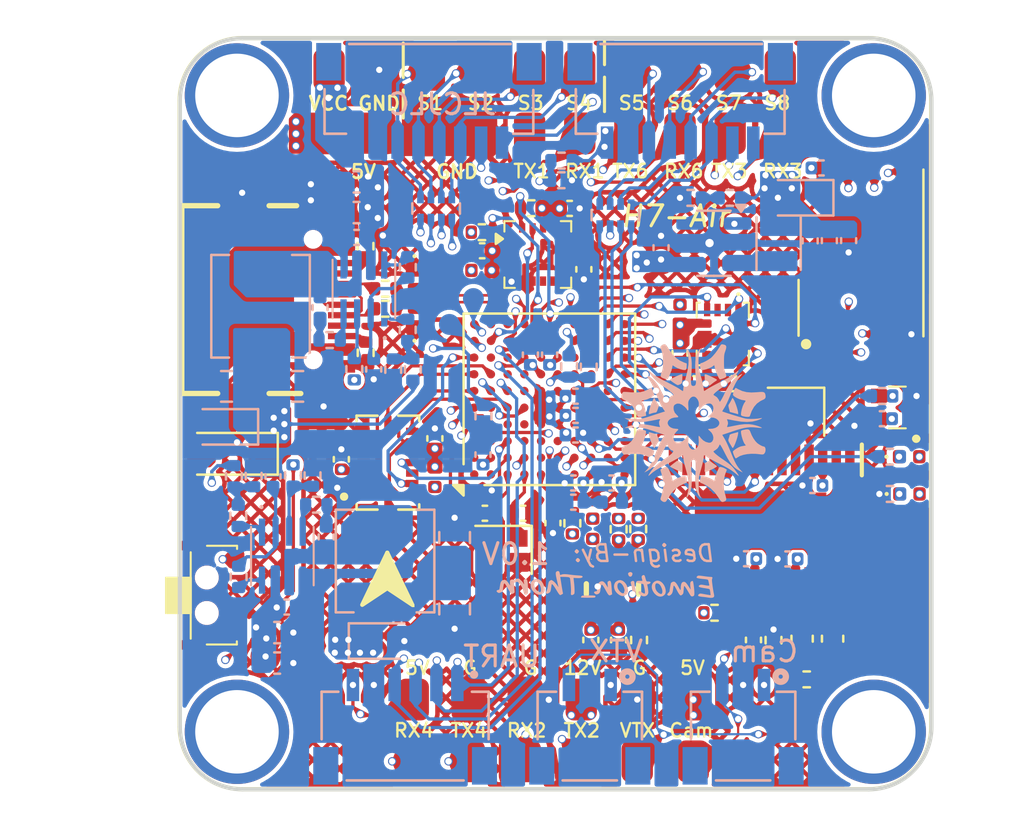
<source format=kicad_pcb>
(kicad_pcb (version 20240108) (generator "pcbnew") (generator_version "8.0")
  (layers (0 "F.Cu" signal "Top.1") (1 "In1.Cu" power "GND.2") (2 "In2.Cu" signal "Signals.3") (3 "In3.Cu" power "Power.4") (4 "In4.Cu" power "GND.5") (31 "B.Cu" signal "Bottom.6") (34 "B.Paste" user) (35 "F.Paste" user) (36 "B.SilkS" user "B.Silkscreen") (37 "F.SilkS" user "F.Silkscreen") (38 "B.Mask" user) (39 "F.Mask" user) (44 "Edge.Cuts" user))
  (net 0 "")
  (net 1 "/OSC_IN")
  (net 2 "GND")
  (net 3 "/OSC_OUT")
  (net 4 "/NRST")
  (net 5 "Net-(C4-Pad1)")
  (net 6 "Net-(C5-Pad1)")
  (net 7 "+3V3")
  (net 8 "Net-(U1C-VDDA)")
  (net 9 "VCC")
  (net 10 "+5V")
  (net 11 "Net-(IC4-VCC)")
  (net 12 "Net-(IC5-VCC)")
  (net 13 "Net-(IC4-SW)")
  (net 14 "Net-(C27-Pad1)")
  (net 15 "Net-(C28-Pad1)")
  (net 16 "Net-(IC5-SW)")
  (net 17 "Net-(U2-FB)")
  (net 18 "+12V")
  (net 19 "Net-(U5-VOUT)")
  (net 20 "Net-(C38-Pad1)")
  (net 21 "Net-(U5-SAG)")
  (net 22 "/Plug/OSD-IN")
  (net 23 "Net-(U5-VIN)")
  (net 24 "Net-(D4-K)")
  (net 25 "VBUS")
  (net 26 "Net-(D9-K)")
  (net 27 "/IMU.icm42688_EXIT")
  (net 28 "/IMU.icm42688_MISO")
  (net 29 "/IMU.icm42688_MOSI")
  (net 30 "/IMU.icm42688_CLK")
  (net 31 "/IMU.icm42688_CS")
  (net 32 "/BMI088.MISO")
  (net 33 "/BMI088.EXIT_GYRO")
  (net 34 "/BMI088.MOSI")
  (net 35 "/BMI088.CS_GYRO")
  (net 37 "/BMI088.CS_ACCEL")
  (net 39 "/BMI088.EXIT_ACCEL")
  (net 40 "/QSPI.BK1_IO0")
  (net 41 "SWDIO")
  (net 42 "/QSPI.BK1_IO2")
  (net 43 "/QSPI.BK1_IO1")
  (net 44 "/QSPI.BK1_CLK")
  (net 45 "Net-(IC4-FB)")
  (net 46 "Net-(IC4-PG)")
  (net 47 "Net-(IC4-EN{slash}SYNC)")
  (net 48 "Net-(IC4-BST)")
  (net 49 "/Power/5V_PG")
  (net 50 "Net-(IC5-EN{slash}SYNC)")
  (net 51 "Net-(IC5-FB)")
  (net 52 "ADC_CUL")
  (net 53 "SWCLK")
  (net 54 "/PWM_Control2")
  (net 55 "/PWM_Control3")
  (net 56 "/PWM_Control4")
  (net 57 "/PWM_Control1")
  (net 58 "/Plug/OSD-OUT")
  (net 59 "/USART.TX6")
  (net 60 "/USART.RX6")
  (net 61 "/USART.TX3")
  (net 62 "/USART.RX3")
  (net 63 "/PWM_Control5")
  (net 64 "/PWM_Control6")
  (net 65 "/PWM_Control7")
  (net 66 "/PWM_Control8")
  (net 67 "/USART.TX1")
  (net 68 "/USART.RX1")
  (net 69 "/USART.TX2")
  (net 70 "/USART.RX2")
  (net 71 "/USART.TX4")
  (net 72 "/USART.RX4")
  (net 73 "Net-(U2-SW)")
  (net 74 "/BOOT0")
  (net 75 "Net-(U1B-PDR_ON)")
  (net 76 "Net-(R11-Pad2)")
  (net 77 "Net-(R13-Pad2)")
  (net 78 "VCC_Voltage")
  (net 79 "/Plug/USB_CC1")
  (net 80 "/Plug/USB_CC2")
  (net 81 "/Plug/Typc.USB_DP")
  (net 82 "/Typc.USB1_DP")
  (net 83 "/Plug/Typc.USB_DN")
  (net 84 "/Typc.USB1_DN")
  (net 85 "Net-(U5-~{RESET})")
  (net 86 "/QSPI.BK1_NCS")
  (net 87 "/PA0")
  (net 88 "/PB0")
  (net 89 "/PA1")
  (net 90 "/PA2")
  (net 91 "/Device/ICM42688-VDD")
  (net 92 "/PC8")
  (net 93 "Net-(U6-C1)")
  (net 94 "/Magnetometer.SDA")
  (net 95 "/PB1")
  (net 96 "/Magnetometer.SCL")
  (net 97 "/PE11")
  (net 98 "/OSD.OSD_CS")
  (net 99 "/Device/IST8310-VDD")
  (net 100 "/PC11")
  (net 101 "/PC5")
  (net 102 "/PE8")
  (net 103 "/BMI088.CLK")
  (net 104 "/PD7")
  (net 105 "/PE15")
  (net 106 "/PE14")
  (net 107 "/PD10")
  (net 108 "/PE12")
  (net 109 "/PD4")
  (net 110 "/PE5")
  (net 111 "/Magnetometer.INT")
  (net 112 "/PE10")
  (net 113 "/OSD.OSD_MOSI")
  (net 114 "/PE9")
  (net 115 "/OSD.OSD_CLK")
  (net 116 "/PC14")
  (net 117 "/PC2")
  (net 118 "/PE13")
  (net 119 "/PC15")
  (net 120 "/PE7")
  (net 121 "/PC3")
  (net 122 "/PD15")
  (net 125 "/Device/CLKIN")
  (net 131 "/Device/XFB")
  (net 138 "/Device/BMI008-VDD")
  (net 139 "/Device/DPS310-VDD")
  (net 143 "/QSPI.BK1_IO3")
  (net 145 "/Barometer.SDA")
  (net 147 "/Barometer.SCL")
  (net 148 "/Barometer.INT")
  (net 156 "/OSD.OSD_MISO")
  (net 157 "/PA3")
  (net 158 "/PC13")
  (net 159 "/PE6")
  (net 160 "Net-(IC5-BST)")
  (net 161 "/PE1")
  (net 162 "/PB6")
  (net 163 "/PE0")
  (net 165 "Net-(LED1-DI)")
  (net 166 "/PC4")
  (net 167 "/PD14")
  (net 168 "/PD3")
  (net 169 "/PC12")
  (footprint "NewSkyH7-Air:Test" (layer "F.Cu") (at 149.666666 68.125)
    (property "Reference" "J23" (hide yes))
    (property "Value" "Conn_01x01_Socket")
  )
  (footprint "NewSkyH7-Air:Test" (layer "F.Cu") (at 142.463333 68.125)
    (property "Reference" "J20" (hide yes))
    (property "Value" "Conn_01x01_Socket")
  )
  (footprint "Resistor_SMD:R_0402_1005Metric" (layer "F.Cu") (at 134.62 78.64 -90)
    (property "Reference" "R25" (hide yes))
    (property "Value" "5.1K")
  )
  (footprint "Capacitor_SMD:C_0402_1005Metric" (layer "F.Cu") (at 152.255 80.12)
    (property "Reference" "C12" (hide yes))
    (property "Value" "100nF")
  )
  (footprint "LED_SMD:LED_0402_1005Metric" (layer "F.Cu") (at 160.665 85.405)
    (property "Reference" "D4" (hide yes))
    (property "Value" "Red")
  )
  (footprint "NewSkyH7-Air:Test" (layer "F.Cu") (at 136.89 95.26)
    (property "Reference" "J37" (hide yes))
    (property "Value" "Conn_01x01_Socket")
  )
  (footprint "Inductor_SMD:L_0402_1005Metric" (layer "F.Cu") (at 149.675 76.815 -90)
    (property "Reference" "FB3" (hide yes))
    (property "Value" "1K 100M")
  )
  (footprint "Capacitor_SMD:C_0402_1005Metric" (layer "F.Cu") (at 144.39 71.72 180)
    (property "Reference" "C46" (hide yes))
    (property "Value" "100nF")
  )
  (footprint "Inductor_SMD:L_0402_1005Metric" (layer "F.Cu") (at 140.17 74.69)
    (property "Reference" "FB4" (hide yes))
    (property "Value" "1K 100M")
  )
  (footprint "NewSkyH7-Air:Test" (layer "F.Cu") (at 132.858889 68.125)
    (property "Reference" "J29" (hide yes))
    (property "Value" "Conn_01x01_Socket")
  )
  (footprint "Inductor_SMD:L_0402_1005Metric" (layer "F.Cu") (at 137.935 84.585 90)
    (property "Reference" "FB2" (hide yes))
    (property "Value" "1K 100M")
  )
  (footprint "LED_SMD:LED_0402_1005Metric" (layer "F.Cu") (at 160.6525 83.62)
    (property "Reference" "D9" (hide yes))
    (property "Value" "Blue")
  )
  (footprint "NewSkyH7-Air:Test" (layer "F.Cu") (at 139.572 95.26)
    (property "Reference" "J38" (hide yes))
    (property "Value" "Conn_01x01_Socket")
  )
  (footprint "Capacitor_SMD:C_0402_1005Metric" (layer "F.Cu") (at 140.2 73.75 180)
    (property "Reference" "C15" (hide yes))
    (property "Value" "100nF")
  )
  (footprint "Resistor_SMD:R_0402_1005Metric" (layer "F.Cu") (at 154.155 92.412 90)
    (property "Reference" "R30" (hide yes))
    (property "Value" "75R")
  )
  (footprint "Capacitor_SMD:C_0402_1005Metric" (layer "F.Cu") (at 133.455 83.745 90)
    (property "Reference" "C17" (hide yes))
    (property "Value" "100nF")
  )
  (footprint "NewSkyH7-Air:Test" (layer "F.Cu") (at 144.864444 68.125)
    (property "Reference" "J21" (hide yes))
    (property "Value" "Conn_01x01_Socket")
  )
  (footprint "Capacitor_SMD:C_0402_1005Metric" (layer "F.Cu") (at 145.07 74.64 90)
    (property "Reference" "C14" (hide yes))
    (property "Value" "4.7uF")
  )
  (footprint "NewSkyH7-Air:Test" (layer "F.Cu") (at 150.3 95.26)
    (property "Reference" "J7" (hide yes))
    (property "Value" "Conn_01x01_Socket")
  )
  (footprint "NewSkyH7-Air:Test" (layer "F.Cu") (at 147.265555 65.08)
    (property "Reference" "J16" (hide yes))
    (property "Value" "Conn_01x01_Socket")
  )
  (footprint "Capacitor_SMD:C_0402_1005Metric" (layer "F.Cu") (at 142.16 86.33)
    (property "Reference" "C2" (hide yes))
    (property "Value" "15pF")
  )
  (footprint "Resistor_SMD:R_0402_1005Metric" (layer "F.Cu") (at 146.735 87.095 90)
    (property "Reference" "R37" (hide yes))
    (property "Value" "4.7K")
  )
  (footprint "NewSkyH7-Air:SOP65P640X120-29N" (layer "F.Cu") (at 153.585 86.712 -90)
    (property "Reference" "U5" (hide yes))
    (property "Value" "AT7456E" (hide yes))
  )
  (footprint "Resistor_SMD:R_0402_1005Metric" (layer "F.Cu") (at 144.52 86.81 90)
    (property "Reference" "R2" (hide yes))
    (property "Value" "10K")
  )
  (footprint "NewSkyH7-Air:Test" (layer "F.Cu") (at 137.661111 65.08)
    (property "Reference" "J12" (hide yes))
    (property "Value" "Conn_01x01_Socket")
  )
  (footprint "NewSkyH7-Air:Test" (layer "F.Cu") (at 142.254 95.26)
    (property "Reference" "J5" (hide yes))
    (property "Value" "Conn_01x01_Socket")
  )
  (footprint "Capacitor_SMD:C_0402_1005Metric" (layer "F.Cu") (at 137.935 82.745 90)
    (property "Reference" "C16" (hide yes))
    (property "Value" "100nF")
  )
  (footprint "NewSkyH7-Air:Test" (layer "F.Cu") (at 147.618 98.22)
    (property "Reference" "J3" (hide yes))
    (property "Value" "Conn_01x01_Socket")
  )
  (footprint "NewSkyH7-Air:Test" (layer "F.Cu") (at 147.618 95.26)
    (property "Reference" "J11" (hide yes))
    (property "Value" "Conn_01x01_Socket")
  )
  (footprint "NewSkyH7-Air:Test" (layer "F.Cu") (at 147.265555 68.125)
    (property "Reference" "J22" (hide yes))
    (property "Value" "Conn_01x01_Socket")
  )
  (footprint "NewSky_Library:Type-C 16P-SMD" (layer "F.Cu") (at 131.0835 76.09 -90)
    (property "Reference" "U4" (hide yes))
    (property "Value" "USB_C_16P")
  )
  (footprint "NewSkyH7-Air:Test" (layer "F.Cu") (at 142.463333 65.08)
    (property "Reference" "J14" (hide yes))
    (property "Value" "Conn_01x01_Socket")
  )
  (footprint "NewSkyH7-Air:2x4_side" (layer "F.Cu") (at 127.41 90.26 90)
    (property "Reference" "SW1" (hide yes))
    (property "Value" "BOOT0")
  )
  (footprint "NewSkyH7-Air:Test" (layer "F.Cu") (at 154.468889 68.125)
    (property "Reference" "J25" (hide yes))
    (property "Value" "Conn_01x01_Socket")
  )
  (footprint "NewSkyH7-Air:Test" (layer "F.Cu") (at 132.878889 65.08 180)
    (property "Reference" "J10" (hide yes))
    (property "Value" "Conn_01x01_Socket")
  )
  (footprint "Capacitor_SMD:C_0402_1005Metric" (layer "F.Cu") (at 145.405 92.405 90)
    (property "Reference" "C47" (hide yes))
    (property "Value" "100nF")
  )
  (footprint "Capacitor_SMD:C_0402_1005Metric" (layer "F.Cu") (at 140.33 86.33 180)
    (property "Reference" "C1" (hide yes))
    (property "Value" "15pF")
  )
  (footprint "NewSkyH7-Air:Test" (layer "F.Cu") (at 144.864444 65.08)
    (property "Reference" "J15" (hide yes))
    (property "Value" "Conn_01x01_Socket")
  )
  (footprint "Package_LGA:LGA-16_3x3mm_P0.5mm" (layer "F.Cu") (at 142.865 73.93)
    (property "Reference" "U6" (hide yes))
    (property "Value" "IST8310")
  )
  (footprint "Capacitor_SMD:C_0402_1005Metric" (layer "F.Cu") (at 150.425 80.12 180)
    (property "Reference" "C13" (hide yes))
    (property "Value" "2.2uF")
  )
  (footprint "Resistor_SMD:R_0402_1005Metric" (layer "F.Cu") (at 135.56 76.53)
    (property "Reference" "R26" (hide yes))
    (property "Value" "22R")
  )
  (footprint "Resistor_SMD:R_0402_1005Metric" (layer "F.Cu") (at 135.56 75.57)
    (property "Reference" "R27" (hide yes))
    (property "Value" "22R")
  )
  (footprint "Capacitor_SMD:C_0402_1005Metric" (layer "F.Cu") (at 149.675 78.665 90)
    (property "Reference" "C11" (hide yes))
    (property "Value" "10nF")
  )
  (footprint "Capacitor_SMD:C_0603_1608Metric" (layer "F.Cu") (at 156.985 92.342 90)
    (property "Reference" "C38" (hide yes))
    (property "Value" "47uF")
  )
  (footprint "NewSkyH7-Air:NewSkyH7-Outline" (layer "F.Cu") (at 143.705 81.555)
    (property "Reference" "J1" (hide yes))
    (property "Value" "~")
  )
  (footprint "NewSkyH7-Air:Test" (layer "F.Cu") (at 144.936 98.22)
    (property "Reference" "J27" (hide yes))
    (property "Value" "Conn_01x01_Socket")
  )
  (footprint "NewSkyH7-Air:PQFN50P450X300X100-16N" (layer "F.Cu") (at 135.685 83.905 90)
    (property "Reference" "IC2" (hide yes))
    (property "Value" "BMI088")
  )
  (footprint "NewSkyH7-Air:SON127P800X600X80-9N-D" (layer "F.Cu") (at 158.345 73.85 90)
    (property "Reference" "IC3" (hide yes))
    (property "Value" "W25Q256JVEIQ" (hide yes))
  )
  (footprint "NewSkyH7-Air:Test" (layer "F.Cu") (at 135.28 68.125 180)
    (property "Reference" "J32" (hide yes))
    (property "Value" "Conn_01x01_Socket")
  )
  (footprint "NewSkyH7-Air:Test" (layer "F.Cu") (at 144.936 95.26)
    (property "Reference" "J4" (hide yes))
    (property "Value" "Conn_01x01_Socket")
  )
  (footprint "Resistor_SMD:R_0402_1005Metric" (layer "F.Cu") (at 140.19 72.86 180)
    (property "Reference" "R35" (hide yes))
    (property "Value" "4.7K")
  )
  (footprint "NewSkyH7-Air:Test" (layer "F.Cu") (at 139.572 98.22)
    (property "Reference" "J36" (hide yes))
    (property "Value" "Conn_01x01_Socket")
  )
  (footprint "NewSkyH7-Air:Test" (layer "F.Cu") (at 135.28 65.08 180)
    (property "Reference" "J8" (hide yes))
    (property "Value" "Conn_01x01_Socket")
  )
  (footprint "NewSkyH7-Air:Test" (layer "F.Cu") (at 154.468889 65.08)
    (property "Reference" "J19" (hide yes))
    (property "Value" "Conn_01x01_Socket")
  )
  (footprint "NewSkyH7-Air:Test" (layer "F.Cu") (at 142.254 98.22)
    (property "Reference" "J26" (hide yes))
    (property "Value" "Conn_01x01_Socket")
  )
  (footprint "NewSkyH7-Air:Test" (layer "F.Cu") (at 152.067777 65.08)
    (property "Reference" "J18" (hide yes))
    (property "Value" "Conn_01x01_Socket")
  )
  (footprint "NewSkyH7-Air:Test" (layer "F.Cu") (at 150.3 98.22)
    (property "Reference" "J6" (hide yes))
    (property "Value" "Conn_01x01_Socket")
  )
  (footprint "Resistor_SMD:R_0402_1005Metric" (layer "F.Cu") (at 147.675 87.085 -90)
    (property "Reference" "R36" (hide yes))
    (property "Value" "4.7K")
  )
  (footprint "Resistor_SMD:R_0402_1005Metric" (layer "F.Cu") (at 134.61 73.53 90)
    (property "Reference" "R24" (hide yes))
    (property "Value" "5.1K")
  )
  (footprint "Capacitor_SMD:C_0603_1608Metric" (layer "F.Cu") (at 155.525 92.342 90)
    (property "Reference" "C39" (hide yes))
    (property "Value" "47uF")
  )
  (footprint "Capacitor_SMD:C_0402_1005Metric" (layer "F.Cu") (at 153.195 92.402 -90)
    (property "Reference" "C41" (hide yes))
    (property "Value" "100nF")
  )
  (footprint "Diode_SMD:D_SOD-123F" (layer "F.Cu") (at 128.2 83.48 180)
    (property "Reference" "D7" (hide yes))
    (property "Value" "K24")
  )
  (footprint "NewSkyH7-Air:Test" (layer "F.Cu") (at 137.681111 68.125 180)
    (property "Reference" "J31" (hide yes))
    (property "Value" "Conn_01x01_Socket")
  )
  (footprint "Crystal:Crystal_SMD_2016-4Pin_2.0x1.6mm" (layer "F.Cu") (at 141.225 88.085 180)
    (property "Reference" "Y1" (hide yes))
    (property "Value" "25M")
  )
  (footprint "NewSky_Library:DPS310XTSA1" (layer "F.Cu") (at 146.44 89.96 180)
    (property "Reference" "IC6" (hide yes))
    (property "Value" "DPS310XTSA1" (hide yes))
  )
  (footprint "NewSkyH7-Air:Test" (layer "F.Cu") (at 149.666666 65.08)
    (property "Reference" "J17" (hide yes))
    (property "Value" "Conn_01x01_Socket")
  )
  (footprint "NewSkyH7-Air:Test" (layer "F.Cu") (at 140.062222 65.08)
    (property "Reference" "J13" (hide yes))
    (property "Value" "Conn_01x01_Socket")
  )
  (footprint "NewSkyH7-Air:Test" (layer "F.Cu") (at 140.062222 68.125)
    (property "Reference" "J30" (hide yes))
    (property "Value" "Conn_01x01_Socket")
  )
  (footprint "Resistor_SMD:R_0402_1005Metric" (layer "F.Cu") (at 155.745 94.292)
    (property "Reference" "R29" (hide yes))
    (property "Value" "75R")
  )
  (footprint "NewSkyH7-Air:Test" (layer "F.Cu") (at 152.067777 68.125)
    (property "Reference" "J24" (hide yes))
    (property "Value" "Conn_01x01_Socket")
  )
  (footprint "NewSkyH7-Air:Test" (layer "F.Cu") (at 136.89 98.22)
    (property "Reference" "J35" (hide yes))
    (property "Value" "Conn_01x01_Socket")
  )
  (footprint "Package_BGA:TFBGA-100_8x8mm_Layout10x10_P0.8mm" (layer "F.Cu") (at 143.42 80.87 90)
    (property "Reference" "U1" (hide yes))
    (property "Value" "STM32H743VIH6")
  )
  (footprint "Inductor_SMD:L_0402_1005Metric" (layer "F.Cu") (at 145.495 87.075 90)
    (property "Reference" "FB5" (hide yes))
    (property "Value" "1K 100M")
  )
  (footprint "Capacitor_SMD:C_0402_1005Metric" (layer "F.Cu") (at 146.735 92.405 -90)
    (property "Reference" "C48" (hide yes))
    (property "Value" "100nF")
  )
  (footprint "Thorn_Library:WS2812C2020" (layer "F.Cu") (at 160.09 81.26)
    (property "Reference" "LED1" (hide yes))
    (property "Value" "WS2812C-2020" (hide yes))
  )
  (footprint "Crystal:Crystal_SMD_2016-4Pin_2.0x1.6mm" (layer "F.Cu") (at 155.235 81.465 180)
    (property "Reference" "Y2" (hide yes))
    (property "Value" "27M")
  )
  (footprint "Diode_SMD:D_0402_1005Metric" (layer "F.Cu") (at 136.96 75.1 -90)
    (property "Reference" "D11" (hide yes))
    (property "Value" "AZ5725-01F-P")
  )
  (footprint "Resistor_SMD:R_0402_1005Metric" (layer "F.Cu") (at 142.55 71.71 180)
    (property "Reference" "R34" (hide yes))
    (property "Value" "4.7K")
  )
  (footprint "Resistor_SMD:R_0402_1005Metric" (layer "F.Cu") (at 147.715 92.405 -90)
    (property "Reference" "R38" (hide yes))
    (property "Value" "10K")
  )
  (footprint "Resistor_SMD:R_0402_1005Metric" (layer "F.Cu") (at 151.33 91.1 180)
    (property "Reference" "R28" (hide yes))
    (property "Value" "1K")
  )
  (footprint "Diode_SMD:D_0402_1005Metric" (layer "F.Cu") (at 136.96 76.97 90)
    (property "Reference" "D10" (hide yes))
    (property "Value" "AZ5725-01F-P")
  )
  (footprint "Capacitor_SMD:C_0402_1005Metric" (layer "F.Cu") (at 143.59 86.8 -90)
    (property "Reference" "C3" (hide yes))
    (property "Value" "100nF")
  )
  (footprint "Thorn_Library:IIM42352" (layer "F.Cu") (at 151.725 77.74 -90)
    (property "Reference" "IC7" (hide yes))
    (property "Value" "ICM-42688-P" (hide yes))
  )
  (footprint "Resistor_SMD:R_0402_1005Metric" (layer "B.Cu") (at 129.255 84.55 90)
    (property "Reference" "R15" (hide yes))
    (property "Value" "3K")
  )
  (footprint "Power_System:SH1.0mm_8P" (layer "B.Cu") (at 137.65 68.56675)
    (property "Reference" "J2" (hide yes))
    (property "Value" "Input" (hide yes))
  )
  (footprint "Capacitor_SMD:C_0402_1005Metric" (layer "B.Cu") (at 135.005 79.43 -90)
    (property "Reference" "C26" (hide yes))
    (property "Value" "100nF")
  )
  (footprint "Capacitor_SMD:C_0402_1005Metric_Pad0.74x0.62mm_HandSolder" (layer "B.Cu") (at 155.91 73.275 -90)
    (property "Reference" "C30" (hide yes))
    (property "Value" "10uF")
  )
  (footprint "Capacitor_SMD:C_0805_2012Metric" (layer "B.Cu") (at 138.88 87.495 -90)
    (property "Reference" "C34" (hide yes))
    (property "Value" "22uF")
  )
  (footprint "Capacitor_SMD:C_0402_1005Metric" (layer "B.Cu") (at 144.67 81.64 180)
    (property "Reference" "C43" (hide yes))
    (property "Value" "100nF")
  )
  (footprint "Capacitor_SMD:C_0603_1608Metric" (layer "B.Cu") (at 130.38 92.05)
    (property "Reference" "C19" (hide yes))
    (property "Value" "10uF")
  )
  (footprint "Inductor_SMD:L_Murata_DFE201610P" (layer "B.Cu") (at 154.4 73.405 90)
    (property "Reference" "L1" (hide yes))
    (property "Value" "2.2uH")
  )
  (footprint "Capacitor_SMD:C_0603_1608Metric" (layer "B.Cu") (at 134.185 70.45 180)
    (property "Reference" "C20" (hide yes))
    (property "Value" "10uF")
  )
  (footprint "Resistor_SMD:R_Array_Concave_4x0402" (layer "B.Cu") (at 137.995 71.725 90)
    (property "Reference" "RN1" (hide yes))
    (property "Value" "22R")
  )
  (footprint "Package_TO_SOT_SMD:SOT-23-5" (layer "B.Cu") (at 151.3 73.3925 180)
    (property "Reference" "U2" (hide yes))
    (property "Value" "TLV62569DBV")
  )
  (footprint "Power_System:JST_SM06B-SRSS-TB(LF)(SN)" (layer "B.Cu") (at 136.51 94.56 180)
    (property "Reference" "J9" (hide yes))
    (property "Value" "Conn_01x06_Socket")
  )
  (footprint "Inductor_SMD:L_0402_1005Metric" (layer "B.Cu") (at 146.41 85.8 180)
    (property "Reference" "FB1" (hide yes))
    (property "Value" "1K 100M")
  )
  (footprint "Resistor_SMD:R_Array_Concave_4x0402" (layer "B.Cu") (at 146.58 72.04 90)
    (property "Reference" "RN2" (hide yes))
    (property "Value" "22R")
  )
  (footprint "Resistor_SMD:R_0402_1005Metric" (layer "B.Cu") (at 140.26 81.675 -90)
    (property "Reference" "R1" (hide yes))
    (property "Value" "10K")
  )
  (footprint "Resistor_SMD:R_0402_1005Metric" (layer "B.Cu") (at 150.185 71.215 180)
    (property "Reference" "R10" (hide yes))
    (property "Value" "100K")
  )
  (footprint "Resistor_SMD:R_0402_1005Metric" (layer "B.Cu") (at 132.075 84.525 90)
    (property "Reference" "R5" (hide yes))
    (property "Value" "100K")
  )
  (footprint "Power_System:JST_SM03B-SRSS-TB(LF)(SN)" (layer "B.Cu") (at 145.355 94.56 180)
    (property "Reference" "J33" (hide yes))
    (property "Value" "VTX" (hide yes))
  )
  (footprint "Resistor_SMD:R_0402_1005Metric" (layer "B.Cu") (at 128.535 89.38 90)
    (property "Reference" "R6" (hide yes))
    (property "Value" "100K")
  )
  (footprint "Capacitor_SMD:C_0402_1005Metric" (layer "B.Cu") (at 152.85 88.51 180)
    (property "Reference" "C42" (hide yes))
    (property "Value" "100nF")
  )
  (footprint "Resistor_SMD:R_0402_1005Metric" (layer "B.Cu") (at 128.515 86.455 90)
    (property "Reference" "R11" (hide yes))
    (property "Value" "51K")
  )
  (footprint "Resistor_SMD:R_0402_1005Metric" (layer "B.Cu") (at 132.895 78.03 180)
    (property "Reference" "R14" (hide yes))
    (property "Value" "22R")
  )
  (footprint "Capacitor_SMD:C_0402_1005Metric" (layer "B.Cu") (at 156.02 85 180)
    (property "Reference" "C37" (hide yes))
    (property "Value" "100nF")
  )
  (footprint "Resistor_SMD:R_0402_1005Metric" (layer "B.Cu") (at 145.305 79.315 -90)
    (property "Reference" "R33" (hide yes))
    (property "Value" "10K")
  )
  (footprint "Power_System:MP9943GQZ" (layer "B.Cu") (at 134.535 75.58 90)
    (property "Reference" "IC5" (hide yes))
    (property "Value" "MP9943GQ-Z" (hide yes))
  )
  (footprint "Capacitor_SMD:C_0603_1608Metric" (layer "B.Cu") (at 130.38 93.51)
    (property "Reference" "C18" (hide yes))
    (property "Value" "10uF")
  )
  (footprint "Power_System:MP9943GQZ" (layer "B.Cu") (at 130.63 88.385 -90)
    (property "Reference" "IC4" (hide yes))
    (property "Value" "MP9943GQ-Z" (hide yes))
  )
  (footprint "Resistor_SMD:R_0402_1005Metric" (layer "B.Cu") (at 131.14 84.52 -90)
    (property "Reference" "R4" (hide yes))
    (property "Value" "100K")
  )
  (footprint "Capacitor_SMD:C_0402_1005Metric" (layer "B.Cu") (at 140.24 83.52 -90)
    (property "Reference" "C44" (hide yes))
    (property "Value" "100nF")
  )
  (footprint "Resistor_SMD:R_0402_1005Metric" (layer "B.Cu") (at 135.94 79.445 -90)
    (property "Reference" "R16" (hide yes))
    (property "Value" "7.68K")
  )
  (footprint "Diode_SMD:D_SOD-323" (layer "B.Cu") (at 127.86 82.19 180)
    (property "Reference" "D2" (hide yes))
    (property "Value" "LESD3Z5.0CMT1G")
  )
  (footprint "Power_System:Test" (layer "B.Cu") (at 139.79 76.04 180)
    (property "Reference" "TP1" (hide yes))
    (property "Value" "TestPoint")
  )
  (footprint "Capacitor_SMD:C_0402_1005Metric" (layer "B.Cu") (at 159.355 81.8 180)
    (property "Reference" "C49" (hide yes))
    (property "Value" "100nF")
  )
  (footprint "Capacitor_SMD:C_0402_1005Metric_Pad0.74x0.62mm_HandSolder" (layer "B.Cu") (at 156.83 73.265 -90)
    (property "Reference" "C36" (hide yes))
    (property "Value" "10uF")
  )
  (footprint "Capacitor_SMD:C_0603_1608Metric" (layer "B.Cu") (at 134.185 71.92 180)
    (property "Reference" "C22" (hide yes))
    (property "Value" "10uF")
  )
  (footprint "Resistor_SMD:R_0402_1005Metric" (layer "B.Cu") (at 159.7225 83.62 180)
    (property "Reference" "R32" (hide yes))
    (property "Value" "1k")
  )
  (footprint "Resistor_SMD:R_0402_1005Metric" (layer "B.Cu") (at 143.99 70.37)
    (property "Reference" "R20" (hide yes))
    (property "Value" "1K")
  )
  (footprint "Diode_SMD:D_SOD-323" (layer "B.Cu") (at 135.4225 92.455)
    (property "Reference" "D1" (hide yes))
    (property "Value" "LESD3Z5.0CMT1G")
  )
  (footprint "Inductor_SMD:L_Sunlord_MWSA0402S" (layer "B.Cu") (at 129.585 76.41 -90)
    (property "Reference" "L3" (hide yes))
    (property "Value" "L")
  )
  (footprint "Capacitor_SMD:C_0402_1005Metric" (layer "B.Cu") (at 144.67 82.58 180)
    (property "Reference" "C9" (hide yes))
    (property "Value" "4.7uF")
  )
  (footprint "Resistor_SMD:R_0402_1005Metric" (layer "B.Cu") (at 152.065 71.215 180)
    (property "Reference" "R9" (hide yes))
    (property "Value" "442K")
  )
  (footprint "Capacitor_SMD:C_0402_1005Metric_Pad0.74x0.62mm_HandSolder" (layer "B.Cu") (at 132.73 87.465 -90)
    (property "Reference" "C27" (hide yes))
    (property "Value" "100nF")
  )
  (footprint "Capacitor_SMD:C_0402_1005Metric" (layer "B.Cu") (at 142.51 78.735 90)
    (property "Reference" "C4" (hide yes))
    (property "Value" "2.2uF")
  )
  (footprint "Resistor_SMD:R_0402_1005Metric" (layer "B.Cu") (at 136.635 77.54 -90)
    (property "Reference" "R13" (hide yes))
    (property "Value" "51K")
  )
  (footprint "Capacitor_SMD:C_0402_1005Metric" (layer "B.Cu") (at 143.43 78.735 90)
    (property "Reference" "C5" (hide yes))
    (property "Value" "2.2uF")
  )
  (footprint "Resistor_SMD:R_0402_1005Metric" (layer "B.Cu") (at 144.365 79.295 -90)
    (property "Reference" "R3" (hide yes))
    (property "Value" "10K")
  )
  (footprint "Resistor_SMD:R_0402_1005Metric" (layer "B.Cu") (at 159.355 80.71)
    (property "Reference" "R22" (hide yes))
    (property "Value" "22R")
  )
  (footprint "Capacitor_SMD:C_0402_1005Metric" (layer "B.Cu") (at 156.45 69.78 180)
    (property "Reference" "C10" (hide yes))
    (property "Value" "100nF")
  )
  (footprint "Resistor_SMD:R_0402_1005Metric" (layer "B.Cu") (at 128.31 84.56 90)
    (property "Reference" "R17" (hide yes))
    (property "Value" "41.2K")
  )
  (footprint "Resistor_SMD:R_0402_1005Metric" (layer "B.Cu") (at 136.88 79.445 -90)
    (property "Reference" "R18" (hide yes))
    (property "Value" "41.2K")
  )
  (footprint "Diode_SMD:D_SOD-323" (layer "B.Cu") (at 155.415 71.21 180)
    (property "Reference" "D3" (hide yes))
    (property "Value" "LESD3Z5.0CMT1G")
  )
  (footprint "Inductor_SMD:L_Sunlord_MWSA0402S" (layer "B.Cu") (at 135.55 88.62 -90)
    (property "Reference" "L2" (hide yes))
    (property "Value" "L")
  )
  (footprint "Capacitor_SMD:C_0402_1005Metric" (layer "B.Cu") (at 144.57 84.88 180)
    (property "Reference" "C7" (hide yes))
    (property "Value" "1uF")
  )
  (footprint "Resistor_SMD:R_0402_1005Metric" (layer "B.Cu") (at 132.255 85.92)
    (property "Reference" "R12" (hide yes))
    (property "Value" "22R")
  )
  (footprint "Capacitor_SMD:C_0805_2012Metric" (layer "B.Cu") (at 131.365 80.25 180)
    (property "Reference" "C32" (hide yes))
    (property "Value" "22uF")
  )
  (footprint "LOGO" (layer "B.Cu") (at 150.685 82.075 180)
    (property "Reference" "G***" (hide yes))
    (property "Value" "LOGO" (hide yes))
  )
  (footprint "Capacitor_SMD:C_0402_1005Metric_Pad0.74x0.62mm_HandSolder" (layer "B.Cu") (at 157.7525 73.2625 -90)
    (property "Reference" "C33" (hide yes))
    (property "Value" "10uF")
  )
  (footprint "Capacitor_SMD:C_0805_2012Metric" (layer "B.Cu") (at 127.955 80.25)
    (property "Reference" "C35" (hide yes))
    (property "Value" "22uF")
  )
  (footprint "Capacitor_SMD:C_0402_1005Metric" (layer "B.Cu") (at 144.57 85.8 180)
    (property "Reference" "C8" (hide yes))
    (property "Value" "100nF")
  )
  (footprint "Resistor_SMD:R_0402_1005Metric" (layer "B.Cu") (at 136.64 74.54 -90)
    (property "Reference" "R7" (hide yes))
    (property "Value" "100K")
  )
  (footprint "Capacitor_SMD:C_0402_1005Metric" (layer "B.Cu") (at 144.67 80.72 180)
    (property "Reference" "C6" (hide yes))
    (property "Value" "1uF")
  )
  (footprint "Power_System:JST_SM03B-SRSS-TB(LF)(SN)" (layer "B.Cu") (at 152.7 94.56 180)
    (property "Reference" "J34" (hide yes))
    (property "Value" "Camera" (hide yes))
  )
  (footprint "Capacitor_SMD:C_0402_1005Metric_Pad0.74x0.62mm_HandSolder" (layer "B.Cu") (at 148.7675 73.6025 90)
    (property "Reference" "C24" (hide yes))
    (property "Value" "4.7uF")
  )
  (footprint "Capacitor_SMD:C_0805_2012Metric" (layer "B.Cu") (at 138.88 90.915 90)
    (property "Reference" "C31" (hide yes))
    (property "Value" "22uF")
  )
  (footprint "Capacitor_SMD:C_0402_1005Metric" (layer "B.Cu") (at 134.185 73.11 180)
    (property "Reference" "C23" (hide yes))
    (property "Value" "100nF")
  )
  (footprint "Resistor_SMD:R_0402_1005Metric" (layer "B.Cu") (at 144 69.43 180)
    (property "Reference" "R19" (hide yes))
    (property "Value" "10K")
  )
  (footprint "Capacitor_SMD:C_0402_1005Metric_Pad0.74x0.62mm_HandSolder" (layer "B.Cu") (at 132.435 76.47 90)
    (property "Reference" "C28" (hide yes))
    (property "Value" "100nF")
  )
  (footprint "Power_System:Test" (layer "B.Cu") (at 138.64 77.28 180)
    (property "Reference" "TP2" (hide yes))
    (property "Value" "TestPoint")
  )
  (footprint "Capacitor_SMD:C_0402_1005Metric" (layer "B.Cu") (at 146.4 84.88)
    (property "Reference" "C45" (hide yes))
    (property "Value" "100nF")
  )
  (footprint "Power_System:SH1.0mm_8P" (layer "B.Cu") (at 149.685 68.56675)
    (property "Reference" "J28" (hide yes))
    (property "Value" "Input" (hide yes))
  )
  (footprint "Resistor_SMD:R_0402_1005Metric" (layer "B.Cu") (at 134.075 79.43 90)
    (property "Reference" "R8" (hide yes))
    (property "Value" "100K")
  )
  (footprint "Capacitor_SMD:C_0402_1005Metric" (layer "B.Cu") (at 130.18 84.57 90)
    (property "Reference" "C25" (hide yes))
    (property "Value" "100nF")
  )
  (footprint "Capacitor_SMD:C_0402_1005Metric" (layer "B.Cu") (at 130.84 90.825)
    (property "Reference" "C21" (hide yes))
    (property "Value" "100nF")
  )
  (footprint "LOGO" (layer "B.Cu") (at 146.455 91.31 180)
    (property "Reference" "G***" (hide yes))
    (property "Value" "LOGO" (hide yes))
  )
  (footprint "Resistor_SMD:R_0402_1005Metric" (layer "B.Cu") (at 159.735 85.405 180)
    (property "Reference" "R21" (hide yes))
    (property "Value" "3.3K")
  )
  (footprint "Capacitor_SMD:C_0402_1005Metric" (layer "B.Cu") (at 154.83 88.52 180)
    (property "Reference" "C40" (hide yes))
    (property "Value" "100nF")
  )
  (gr_line (start 146.06 67.08) (end 146.06 63.56) (stroke (width 0.15) (type dash)) (layer "F.SilkS"))
  (gr_poly (pts (xy 135.655 88.22) (xy 134.455 90.72) (xy 135.655 89.92)) (stroke (width 0.2)) (fill solid) (layer "F.SilkS"))
  (gr_line (start 136.42 63.795) (end 136.42 67.39) (stroke (width 0.15) (type dash)) (layer "F.SilkS"))
  (gr_poly (pts (xy 135.655 88.22) (xy 136.855 90.72) (xy 135.655 89.92)) (stroke (width 0.2)) (fill solid) (layer "F.SilkS"))
  (gr_line (start 125.72 96.56) (end 125.72 66.56) (stroke (width 0.2)) (layer "Edge.Cuts"))
  (gr_arc (start 161.72 96.56) (mid 160.84132 98.68132) (end 158.72 99.56) (stroke (width 0.2)) (layer "Edge.Cuts"))
  (gr_line (start 128.72 99.56) (end 158.72 99.56) (stroke (width 0.2)) (layer "Edge.Cuts"))
  (gr_line (start 161.72 96.56) (end 161.72 66.56) (stroke (width 0.2)) (layer "Edge.Cuts"))
  (gr_arc (start 158.72 63.56) (mid 160.84132 64.43868) (end 161.72 66.56) (stroke (width 0.2)) (layer "Edge.Cuts"))
  (gr_arc (start 125.72 66.56) (mid 126.59868 64.43868) (end 128.72 63.56) (stroke (width 0.2)) (layer "Edge.Cuts"))
  (gr_arc (start 128.72 99.56) (mid 126.59868 98.68132) (end 125.72 96.56) (stroke (width 0.2)) (layer "Edge.Cuts"))
  (gr_line (start 128.72 63.56) (end 158.72 63.56) (stroke (width 0.2)) (layer "Edge.Cuts"))
  (gr_text "UART" (at 143.065 93.775 0) (layer "B.SilkS") (effects (font (size 1 1)) (justify left bottom mirror)))
  (gr_text "1.0V" (at 143.525 88.87 0) (layer "B.SilkS") (effects (font (size 1 1)) (justify left bottom mirror)))
  (gr_text "Design-By:" (at 151.415 88.72 0) (layer "B.SilkS") (effects (font (size 0.8 0.8) (thickness 0.12) (italic yes)) (justify left bottom mirror)))
  (gr_text "Cam" (at 155.425 93.535 0) (layer "B.SilkS") (effects (font (size 1 1)) (justify left bottom mirror)))
  (gr_text "VTX" (at 147.995 93.535 0) (layer "B.SilkS") (effects (font (size 1 1)) (justify left bottom mirror)))
  (gr_text "JLCJLC" (at 140.97 67.31 0) (layer "B.SilkS") (effects (font (size 1 1)) (justify left bottom mirror)))
  (gr_text "GND" (at 134.19 67.07 0) (layer "F.SilkS") (effects (font (size 0.65 0.65) (thickness 0.13) (bold yes)) (justify left bottom)))
  (gr_text "H7-Air" (at 146.77 72.68 0) (layer "F.SilkS") (effects (font (size 1 1) (thickness 0.15) (italic yes)) (justify left bottom)))
  (gr_text "12V" (at 144.035 94.12 0) (layer "F.SilkS") (effects (font (size 0.65 0.65) (thickness 0.1125)) (justify left bottom)))
  (gr_text "5V" (at 133.84 70.34 0) (layer "F.SilkS") (effects (font (size 0.65 0.65) (thickness 0.13) (bold yes)) (justify left bottom)))
  (gr_text "TX3" (at 151.09857 70.318213 0) (layer "F.SilkS") (effects (font (size 0.65 0.65) (thickness 0.1125)) (justify left bottom)))
  (gr_text "G" (at 139.225 94.12 0) (layer "F.SilkS") (effects (font (size 0.65 0.65) (thickness 0.1125)) (justify left bottom)))
  (gr_text "TX4" (at 138.625 97.12 0) (layer "F.SilkS") (effects (font (size 0.65 0.65) (thickness 0.1125)) (justify left bottom)))
  (gr_text "S7" (at 151.32 67.048213 0) (layer "F.SilkS") (effects (font (size 0.65 0.65) (thickness 0.1125)) (justify left bottom)))
  (gr_text "RX1\n" (at 144.1 70.318213 0) (layer "F.SilkS") (effects (font (size 0.65 0.65) (thickness 0.1125)) (justify left bottom)))
  (gr_text "S8" (at 153.645511 67.048213 0) (layer "F.SilkS") (effects (font (size 0.65 0.65) (thickness 0.1125)) (justify left bottom)))
  (gr_text "RX3" (at 153.574286 70.318213 0) (layer "F.SilkS") (effects (font (size 0.65 0.65) (thickness 0.1125)) (justify left bottom)))
  (gr_text "TX1" (at 141.624286 70.318213 0) (layer "F.SilkS") (effects (font (size 0.65 0.65) (thickness 0.1125)) (justify left bottom)))
  (gr_text "S2" (at 139.44 67.048213 0) (layer "F.SilkS") (effects (font (size 0.65 0.65) (thickness 0.1125)) (justify left bottom)))
  (gr_text "S4" (at 144.15 67.048213 0) (layer "F.SilkS") (effects (font (size 0.65 0.65) (thickness 0.1125)) (justify left bottom)))
  (gr_text "TX2" (at 144.035 97.12 0) (layer "F.SilkS") (effects (font (size 0.65 0.65) (thickness 0.1125)) (justify left bottom)))
  (gr_text "VTX" (at 146.725 97.12 0) (layer "F.SilkS") (effects (font (size 0.65 0.65) (thickness 0.1125)) (justify left bottom)))
  (gr_text "S1" (at 137.02 67.048213 0) (layer "F.SilkS") (effects (font (size 0.65 0.65) (thickness 0.1125)) (justify left bottom)))
  (gr_text "G" (at 147.33 94.12 0) (layer "F.SilkS") (effects (font (size 0.65 0.65) (thickness 0.1125)) (justify left bottom)))
  (gr_text "VCC" (at 131.82 67.07 0) (layer "F.SilkS") (effects (font (size 0.65 0.65) (thickness 0.13) (bold yes)) (justify left bottom)))
  (gr_text "S6" (at 148.99449 67.048213 0) (layer "F.SilkS") (effects (font (size 0.65 0.65) (thickness 0.1125)) (justify left bottom)))
  (gr_text "S3" (at 141.83 67.048213 0) (layer "F.SilkS") (effects (font (size 0.65 0.65) (thickness 0.1125)) (justify left bottom)))
  (gr_text "S5" (at 146.66898 67.048213 0) (layer "F.SilkS") (effects (font (size 0.65 0.65) (thickness 0.1125)) (justify left bottom)))
  (gr_text "TX6" (at 146.361428 70.318213 0) (layer "F.SilkS") (effects (font (size 0.65 0.65) (thickness 0.1125)) (justify left bottom)))
  (gr_text "RX6" (at 148.837142 70.318213 0) (layer "F.SilkS") (effects (font (size 0.65 0.65) (thickness 0.1125)) (justify left bottom)))
  (gr_text "Cam" (at 149.09 97.12 0) (layer "F.SilkS") (effects (font (size 0.65 0.65) (thickness 0.1125)) (justify left bottom)))
  (gr_text "G" (at 142.915 94.12 0) (layer "F.SilkS") (effects (font (size 0.65 0.65) (thickness 0.1125)) (justify right bottom)))
  (gr_text "RX2" (at 141.31 97.12 0) (layer "F.SilkS") (effects (font (size 0.65 0.65) (thickness 0.1125)) (justify left bottom)))
  (gr_text "5V" (at 137.755 94.12 0) (layer "F.SilkS") (effects (font (size 0.65 0.65) (thickness 0.1125)) (justify right bottom)))
  (gr_text "5V" (at 149.61 94.12 0) (layer "F.SilkS") (effects (font (size 0.65 0.65) (thickness 0.1125)) (justify left bottom)))
  (gr_text "GND" (at 137.92 70.34 0) (layer "F.SilkS") (effects (font (size 0.65 0.65) (thickness 0.13) (bold yes)) (justify left bottom)))
  (gr_text "RX4" (at 135.91 97.12 0) (layer "F.SilkS") (effects (font (size 0.65 0.65) (thickness 0.1125)) (justify left bottom)))
  (segment (start 140.81 85.88) (end 140.81 86.33) (width 0.1565) (layer "F.Cu") (net 1))
  (segment (start 140.525 88.635) (end 140.595 88.635) (width 0.1565) (layer "F.Cu") (net 1))
  (segment (start 141.42 85.27) (end 140.81 85.88) (width 0.1565) (layer "F.Cu") (net 1))
  (segment (start 141.215 86.735) (end 140.81 86.33) (width 0.1565) (layer "F.Cu") (net 1))
  (segment (start 141.42 84.47) (end 141.42 85.27) (width 0.1565) (layer "F.Cu") (net 1))
  (segment (start 140.595 88.635) (end 141.215 88.015) (width 0.1565) (layer "F.Cu") (net 1))
  (segment (start 141.215 88.015) (end 141.215 86.735) (width 0.1565) (layer "F.Cu") (net 1))
  (segment (start 134.62 79.15) (end 133.7535 79.15) (width 0.1565) (layer "F.Cu") (net 2))
  (segment (start 144.2 84.89) (end 144.15 84.89) (width 0.1565) (layer "F.Cu") (net 2))
  (segment (start 144.14 73.68) (end 143.7585 73.68) (width 0.1565) (layer "F.Cu") (net 2))
  (segment (start 160.25 77.75) (end 160.25 75.755) (width 0.1565) (layer "F.Cu") (net 2))
  (segment (start 155.54 85) (end 155.297 85) (width 0.1565) (layer "F.Cu") (net 2))
  (segment (start 135.22 84.75) (end 135.22 84.14) (width 0.1565) (layer "F.Cu") (net 2))
  (segment (start 133.4655 71.832) (end 132.6035 70.97) (width 0.1565) (layer "F.Cu") (net 2))
  (segment (start 147.685 92.885) (end 147.715 92.915) (width 0.1565) (layer "F.Cu") (net 2))
  (segment (start 134.61 73.02) (end 135.445 73.02) (width 0.1565) (layer "F.Cu") (net 2))
  (segment (start 143.41 80.89) (end 143.41 80.86) (width 0.1565) (layer "F.Cu") (net 2))
  (segment (start 143.4 80.89) (end 143.41 80.89) (width 0.1565) (layer "F.Cu") (net 2))
  (segment (start 141.03 84.865) (end 141.03 84.06) (width 0.1565) (layer "F.Cu") (net 2))
  (segment (start 143.7585 74.68) (end 144.14 74.68) (width 0.1565) (layer "F.Cu") (net 2))
  (segment (start 145.405 92.885) (end 147.685 92.885) (width 0.1565) (layer "F.Cu") (net 2))
  (segment (start 145.405 92.885) (end 145.405 93.465) (width 0.1565) (layer "F.Cu") (net 2))
  (segment (start 154.56 88.73) (end 154.35 88.52) (width 0.1565) (layer "F.Cu") (net 2))
  (segment (start 144.63 74.68) (end 145.07 75.12) (width 0.1565) (layer "F.Cu") (net 2))
  (segment (start 154.56 89.65) (end 154.56 88.73) (width 0.1565) (layer "F.Cu") (net 2))
  (segment (start 139.85 86.33) (end 139.095 86.33) (width 0.1565) (layer "F.Cu") (net 2))
  (segment (start 155.925 82.025) (end 155.935 82.015) (width 0.1565) (layer "F.Cu") (net 2))
  (segment (start 143.18 87.28) (end 143.59 87.28) (width 0.1565) (layer "F.Cu") (net 2))
  (segment (start 143.41 80.86) (end 143.02 80.47) (width 0.1565) (layer "F.Cu") (net 2))
  (segment (start 134.62 79.15) (end 134.62 79.525) (width 0.1565) (layer "F.Cu") (net 2))
  (segment (start 146.115 90.225) (end 146.115 90.685) (width 0.1565) (layer "F.Cu") (net 2))
  (segment (start 160.25 75.755) (end 158.345 73.85) (width 0.1565) (layer "F.Cu") (net 2))
  (segment (start 143.4 81.69) (end 143.42 81.69) (width 0.1565) (layer "F.Cu") (net 2))
  (segment (start 133.4635 80.35) (end 132.6035 81.21) (width 0.1565) (layer "F.Cu") (net 2))
  (segment (start 145.465 89.235) (end 145.465 89.575) (width 0.1565) (layer "F.Cu") (net 2))
  (segment (start 155.297 85) (end 153.585 86.712) (width 0.1565) (layer "F.Cu") (net 2))
  (segment (start 133.455 83.265) (end 133.815 82.905) (width 0.1565) (layer "F.Cu") (net 2))
  (segment (start 135.22 84.14) (end 134.985 83.905) (width 0.1565) (layer "F.Cu") (net 2))
  (segment (start 134.52 82.405) (end 134.52 82.905) (width 0.1565) (layer "F.Cu") (net 2))
  (segment (start 160.25 77.75) (end 160.76 77.75) (width 0.1565) (layer "F.Cu") (net 2))
  (segment (start 155.86 83.774) (end 155.86 82.09) (width 0.1565) (layer "F.Cu") (net 2))
  (segment (start 144.62 84.47) (end 144.2 84.89) (width 0.1565) (layer "F.Cu") (net 2))
  (segment (start 145.73 89.84) (end 146.115 90.225) (width 0.1565) (layer "F.Cu") (net 2))
  (segment (start 143.02 81.27) (end 143.4 80.89) (width 0.1565) (layer "F.Cu") (net 2))
  (segment (start 142.115 75.205) (end 142.615 75.205) (width 0.1565) (layer "F.Cu") (net 2))
  (segment (start 133.815 82.905) (end 134.52 82.905) (width 0.1565) (layer "F.Cu") (net 2))
  (segment (start 139.095 86.33) (end 138.88 86.545) (width 0.1565) (layer "F.Cu") (net 2))
  (segment (start 143.39 95.27) (end 143.38 95.26) (width 0.1565) (layer "F.Cu") (net 2))
  (segment (start 133.482701 73.02) (end 133.4655 73.037201) (width 0.1565) (layer "F.Cu") (net 2))
  (segment (start 134.62 79.525) (end 135.005 79.91) (width 0.1565) (layer "F.Cu") (net 2))
  (segment (start 133.4655 72.7372) (end 133.4655 71.832) (width 0.1565) (layer "F.Cu") (net 2))
  (segment (start 155.86 82.09) (end 155.925 82.025) (width 0.1565) (layer "F.Cu") (net 2))
  (segment (start 128.7035 81.21) (end 128.7035 82.6865) (width 0.1565) (layer "F.Cu") (net 2))
  (segment (start 133.4635 79.44) (end 133.4635 80.35) (width 0.1565) (layer "F.Cu") (net 2))
  (segment (start 143.7585 73.68) (end 143.515 73.9235) (width 0.1565) (layer "F.Cu") (net 2))
  (segment (start 155.54 85) (end 155.86 84.68) (width 0.1565) (layer "F.Cu") (net 2))
  (segment (start 141.63 75.205) (end 141.605 75.23) (width 0.1565) (layer "F.Cu") (net 2))
  (segment (start 134.985 83.905) (end 134.52 83.905) (width 0.1565) (layer "F.Cu") (net 2))
  (segment (start 143.38 95.26) (end 142.264 95.26) (width 0.1565) (layer "F.Cu") (net 2))
  (segment (start 143.515 73.9235) (end 143.515 74.4365) (width 0.1565) (layer "F.Cu") (net 2))
  (segment (start 142.64 86.33) (end 142.64 86.74) (width 0.1565) (layer "F.Cu") (net 2))
  (segment (start 150.58 78.24) (end 149.675 79.145) (width 0.1565) (layer "F.Cu") (net 2))
  (segment (start 149.675 79.145) (end 149.675 79.85) (width 0.1565) (layer "F.Cu") (net 2))
  (segment (start 145.405 93.465) (end 145.4 93.47) (width 0.1565) (layer "F.Cu") (net 2))
  (segment (start 140.66 85.235) (end 141.03 84.865) (width 0.1565) (layer "F.Cu") (net 2))
  (segment (start 141.03 84.06) (end 141.42 83.67) (width 0.1565) (layer "F.Cu") (net 2))
  (segment (start 146.22 84.47) (end 145.92 84.77) (width 0.1565) (layer "F.Cu") (net 2))
  (segment (start 145.465 89.575) (end 145.73 89.84) (width 0.1565) (layer "F.Cu") (net 2))
  (segment (start 134.52 84.905) (end 133.465 84.905) (width 0.1565) (layer "F.Cu") (net 2))
  (segment (start 133.465 84.905) (end 133.26 85.11) (width 0.1565) (layer "F.Cu") (net 2))
  (segment (start 133.7535 79.15) (end 133.4635 79.44) (width 0.1565) (layer "F.Cu") (net 2))
  (segment (start 143.02 82.07) (end 143.4 81.69) (width 0.1565) (layer "F.Cu") (net 2))
  (segment (start 128.7035 82.6865) (end 128.4575 82.9325) (width 0.1565) (layer "F.Cu") (net 2))
  (segment (start 142.64 86.74) (end 143.18 87.28) (width 0.1565) (layer "F.Cu") (net 2))
  (segment (start 152.37 88.51) (end 152.61 88.75) (width 0.1565) (layer "F.Cu") (net 2))
  (segment (start 142.115 75.205) (end 141.63 75.205) (width 0.1565) (layer "F.Cu") (net 2))
  (segment (start 134.61 73.02) (end 133.482701 73.02) (width 0.1565) (layer "F.Cu") (net 2))
  (segment (start 152.475 79.86) (end 152.735 80.12) (width 0.1565) (layer "F.Cu") (net 2))
  (segment (start 134.52 84.905) (end 135.065 84.905) (width 0.1565) (layer "F.Cu") (net 2))
  (segment (start 135.065 84.905) (end 135.22 84.75) (width 0.1565) (layer "F.Cu") (net 2))
  (segment (start 152.37 88.51) (end 152.61 88.27) (width 0.1565) (layer "F.Cu") (net 2))
  (segment (start 143.515 74.4365) (end 143.7585 74.68) (width 0.1565) (layer "F.Cu") (net 2))
  (segment (start 152.61 88.75) (end 152.61 89.65) (width 0.1565) (layer "F.Cu") (net 2))
  (segment (start 143.42 81.67) (end 143.02 81.27) (width 0.1565) (layer "F.Cu") (net 2))
  (segment (start 144.14 74.68) (end 144.63 74.68) (width 0.1565) (layer "F.Cu") (net 2))
  (segment (start 143.42 81.69) (end 143.42 81.67) (width 0.1565) (layer "F.Cu") (net 2))
  (segment (start 150.825 78.24) (end 150.825 77.74) (width 0.1565) (layer "F.Cu") (net 2))
  (segment (start 152.475 78.89) (end 152.475 79.86) (width 0.1565) (layer "F.Cu") (net 2))
  (segment (start 152.61 88.27) (end 152.61 87.687) (width 0.1565) (layer "F.Cu") (net 2))
  (segment (start 150.825 78.24) (end 150.58 78.24) (width 0.1565) (layer "F.Cu") (net 2))
  (segment (start 149.675 79.85) (end 149.945 80.12) (width 0.1565) (layer "F.Cu") (net 2))
  (segment (start 152.61 87.687) (end 153.585 86.712) (width 0.1565) (layer "F.Cu") (net 2))
  (segment (start 155.86 84.68) (end 155.86 83.774) (width 0.1565) (layer "F.Cu") (net 2))
  (segment (start 139.582 95.26) (end 142.264 95.26) (width 0.1565) (layer "F.Cu") (net 2))
  (segment (start 145.92 84.77) (end 145.92 84.84) (width 0.1565) (layer "F.Cu") (net 2))
  (via (at 149.675 71.215) (size 0.4) (drill 0.3) (layers "F.Cu" "B.Cu") (net 2))
  (via (at 135.005 79.91) (size 0.4) (drill 0.3) (layers "F.Cu" "B.Cu") (net 2))
  (via (at 160.76 77.75) (size 0.4) (drill 0.3) (layers "F.Cu" "B.Cu") (net 2))
  (via (at 137.935 82.265) (size 0.4) (drill 0.3) (layers "F.Cu" "B.Cu") (net 2))
  (via (at 145.92 84.84) (size 0.4) (drill 0.3) (layers "F.Cu" "B.Cu") (net 2))
  (via (at 154.155 91.902) (size 0.4) (drill 0.3) (layers "F.Cu" "B.Cu") (net 2))
  (via (at 161.005 80.71) (size 0.4) (drill 0.3) (layers "F.Cu" "B.Cu") (net 2))
  (via (at 143.41 80.89) (size 0.4) (drill 0.3) (layers "F.Cu" "B.Cu") (net 2))
  (via (at 154.35 88.52) (size 0.4) (drill 0.3) (layers "F.Cu" "B.Cu") (net 2))
  (via (at 128.7035 70.97) (size 0.4) (drill 0.3) (layers "F.Cu" "B.Cu") (net 2))
  (via (at 148.7675 73.035) (size 0.4) (drill 0.3) (layers "F.Cu" "B.Cu") (net 2))
  (via (at 145.07 75.12) (size 0.4) (drill 0.3) (layers "F.Cu" "B.Cu") (net 2))
  (via (at 149.945 80.12) (size 0.4) (drill 0.3) (layers "F.Cu" "B.Cu") (net 2))
  (via (at 131.995 70.56) (size 0.4) (drill 0.3) (layers "F.Cu" "B.Cu") (net 2))
  (via (at 136.4725 92.455) (size 0.4) (drill 0.3) (layers "F.Cu" "B.Cu") (net 2))
  (via (at 138.88 91.865) (size 0.4) (drill 0.3) (layers "F.Cu" "B.Cu") (net 2))
  (via (at 151.09 73.38) (size 0.6) (drill 0.4) (layers "F.Cu" "B.Cu") (net 2))
  (via (at 133.455 83.265) (size 0.4) (drill 0.3) (layers "F.Cu" "B.Cu") (net 2))
  (via (at 143.39 95.27) (size 0.4) (drill 0.3) (layers "F.Cu" "B.Cu") (net 2))
  (via (at 152.7 94.56) (size 0.4) (drill 0.3) (layers "F.Cu" "B.Cu") (net 2))
  (via (at 143.59 87.28) (size 0.4) (drill 0.3) (layers "F.Cu" "B.Cu") (net 2))
  (via (at 135.01 94.56) (size 0.4) (drill 0.3) (layers "F.Cu" "B.Cu") (net 2))
  (via (at 147.628 95.26) (size 0.4) (drill 0.3) (layers "F.Cu" "B.Cu") (net 2))
  (via (at 135.27 65.08) (size 0.4) (drill 0.3) (layers "F.Cu" "B.Cu") (net 2))
  (via (at 158.03 82.14) (size 0.4) (drill 0.3) (layers "F.Cu" "B.Cu") (net 2))
  (via (at 155.54 85) (size 0.4) (drill 0.3) (layers "F.Cu" "B.Cu") (net 2))
  (via (at 157.7525 73.83) (size 0.4) (drill 0.3) (layers "F.Cu" "B.Cu") (net 2))
  (via (at 144.15 84.89) (size 0.4) (drill 0.3) (layers "F.Cu" "B.Cu") (net 2))
  (via (at 140.66 85.235) (size 0.4) (drill 0.3) (layers "F.Cu" "B.Cu") (net 2))
  (via (at 128.4575 82.9325) (size 0.4) (drill 0.3) (layers "F.Cu" "B.Cu") (net 2))
  (via (at 144.87 71.72) (size 0.4) (drill 0.3) (layers "F.Cu" "B.Cu") (net 2))
  (via (at 131.155 93.51) (size 0.4) (drill 0.3) (layers "F.Cu" "B.Cu") (net 2))
  (via (at 141.605 75.23) (size 0.4) (drill 0.3) (layers "F.Cu" "B.Cu") (net 2))
  (via (at 132.6035 81.21) (size 0.4) (drill 0.3) (layers "F.Cu" "B.Cu") (net 2))
  (via (at 145.035 82.475) (size 0.4) (drill 0.3) (layers "F.Cu" "B.Cu") (net 2))
  (via (at 155.925 82.025) (size 0.4) (drill 0.3) (layers "F.Cu" "B.Cu") (net 2))
  (via (at 143.42 81.69) (size 0.4) (drill 0.3) (layers "F.Cu" "B.Cu") (net 2))
  (via (at 144.5 70.37) (size 0.4) (drill 0.3) (layers "F.Cu" "B.Cu") (net 2))
  (via (at 131.995 71.33) (size 0.4) (drill 0.3) (layers "F.Cu" "B.Cu") (net 2))
  (via (at 145.73 89.84) (size 0.4) (drill 0.3) (layers "F.Cu" "B.Cu") (net 2))
  (via (at 131.155 92.05) (size 0.4) (drill 0.3) (layers "F.Cu" "B.Cu") (net 2))
  (via (at 138.88 86.545) (size 0.4) (drill 0.3) (layers "F.Cu" "B.Cu") (net 2))
  (via (at 135.445 73.02) (size 0.4) (drill 0.3) (layers "F.Cu" "B.Cu") (net 2))
  (via (at 145.4 93.47) (size 0.4) (drill 0.3) (layers "F.Cu" "B.Cu") (net 2))
  (via (at 133.26 85.11) (size 0.4) (drill 0.3) (layers "F.Cu" "B.Cu") (net 2))
  (via (at 152.37 88.51) (size 0.4) (drill 0.3) (layers "F.Cu" "B.Cu") (net 2))
  (via (at 159.225 85.405) (size 0.4) (drill 0.3) (layers "F.Cu" "B.Cu") (net 2))
  (segment (start 129.255 84.04) (end 130.13 84.04) (width 0.1565) (layer "B.Cu") (net 2))
  (segment (start 132.595 83.265) (end 133.455 83.265) (width 0.1565) (layer "B.Cu") (net 2))
  (segment (start 132.075 83.785) (end 132.595 83.265) (width 0.1565) (layer "B.Cu") (net 2))
  (segment (start 138.81 83.14) (end 137.935 82.265) (width 0.1565) (layer "B.Cu") (net 2))
  (segment (start 126.81 80.445) (end 127.005 80.25) (width 0.1565) (layer "B.Cu") (net 2))
  (segment (start 157.74 73.8425) (end 157.7525 73.83) (width 0.1565) (layer "B.Cu") (net 2))
  (segment (start 145.4 93.47) (end 145.4 94.515) (width 0.1565) (layer "B.Cu") (net 2))
  (segment (start 132.075 84.015) (end 132.075 83.785) (width 0.1565) (layer "B.Cu") (net 2))
  (segment (start 140.26 82.185) (end 140.26 83.02) (width 0.1565) (layer "B.Cu") (net 2))
  (segment (start 130.13 84.04) (end 130.18 84.09) (width 0.1565) (layer "B.Cu") (net 2))
  (segment (start 140.14 83.14) (end 138.81 83.14) (width 0.1565) (layer "B.Cu") (net 2))
  (segment (start 129.255 83.73) (end 128.4575 82.9325) (width 0.1565) (layer "B.Cu") (net 2))
  (segment (start 143.54 78.27) (end 142.62 78.27) (width 0.1565) (layer "B.Cu") (net 2))
  (segment (start 151.1025 73.3925) (end 151.09 73.38) (width 0.1565) (layer "B.Cu") (net 2))
  (segment (start 152.4375 73.3925) (end 151.1025 73.3925) (width 0.1565) (layer "B.Cu") (net 2))
  (segment (start 145.15 82.58) (end 145.15 80.72) (width 0.1565) (layer "B.Cu") (net 2))
  (segment (start 155.91 73.8425) (end 157.74 73.8425) (width 0.1565) (layer "B.Cu") (net 2))
  (segment (start 129.255 84.04) (end 129.255 83.73) (width 0.1565) (layer "B.Cu") (net 2))
  (segment (start 158.37 81.8) (end 158.03 82.14) (width 0.1565) (layer "B.Cu") (net 2))
  (segment (start 158.875 81.8) (end 158.37 81.8) (width 0.1565) (layer "B.Cu") (net 2))
  (segment (start 152.4375 73.3925) (end 155.46 73.3925) (width 0.1565) (layer "B.Cu") (net 2))
  (segment (start 135.94 79.955) (end 135.05 79.955) (width 0.1565) (layer "B.Cu") (net 2))
  (segment (start 145.305 75.355) (end 145.07 75.12) (width 0.1565) (layer "B.Cu") (net 2))
  (segment (start 155.46 73.3925) (end 155.91 73.8425) (width 0.1565) (layer "B.Cu") (net 2))
  (segment (start 140.24 83.04) (end 140.14 83.14) (width 0.1565) (layer "B.Cu") (net 2))
  (segment (start 128.4575 82.9325) (end 127.715 82.19) (width 0.1565) (layer "B.Cu") (net 2))
  (segment (start 144.09 84.95) (end 144.15 84.89) (width 0.1565) (layer "B.Cu") (net 2))
  (segment (start 145.305 78.805) (end 145.305 75.355) (width 0.1565) (layer "B.Cu") (net 2))
  (segment (start 144.09 85.8) (end 144.09 84.95) (width 0.1565) (layer "B.Cu") (net 2))
  (segment (start 126.81 82.19) (end 126.81 80.445) (width 0.1565) (layer "B.Cu") (net 2))
  (segment (start 127.715 82.19) (end 126.81 82.19) (width 0.1565) (layer "B.Cu") (net 2))
  (segment (start 135.05 79.955) (end 135.005 79.91) (width 0.1565) (layer "B.Cu") (net 2))
  (segment (start 145.4 94.515) (end 145.355 94.56) (width 0.1565) (layer "B.Cu") (net 2))
  (segment (start 140.26 83.02) (end 140.24 83.04) (width 0.1565) (layer "B.Cu") (net 2))
  (segment (start 141.68 86.33) (end 141.68 85.86) (width 0.1565) (layer "F.Cu") (net 3))
  (segment (start 141.68 85.86) (end 142.22 85.32) (width 0.1565) (layer "F.Cu") (net 3))
  (segment (start 141.68 87.29) (end 141.925 87.535) (width 0.1565) (layer "F.Cu") (net 3))
  (segment (start 141.68 86.33) (end 141.68 87.29) (width 0.1565) (layer "F.Cu") (net 3))
  (segment (start 142.22 85.32) (end 142.22 84.47) (width 0.1565) (layer "F.Cu") (net 3))
  (segment (start 144.52 86.3) (end 143.61 86.3) (width 0.1565) (layer "F.Cu") (net 4))
  (segment (start 143.61 86.3) (end 143.59 86.32) (width 0.1565) (layer "F.Cu") (net 4))
  (segment (start 143.59 85.51) (end 143.59 86.32) (width 0.1565) (layer "F.Cu") (net 4))
  (segment (start 143.02 84.94) (end 143.59 85.51) (width 0.1565) (layer "F.Cu") (net 4))
  (segment (start 143.02 84.47) (end 143.02 84.94) (width 0.1565) (layer "F.Cu") (net 4))
  (segment (start 142.62 79.23) (end 142.62 79.27) (width 0.1565) (layer "F.Cu") (net 5))
  (segment (start 142.62 79.27) (end 143.02 79.67) (width 0.1565) (layer "F.Cu") (net 5))
  (via (at 142.62 79.23) (size 0.4) (drill 0.3) (layers "F.Cu" "B.Cu") (net 5))
  (segment (start 143.46 79.23) (end 143.82 78.87) (width 0.1565) (layer "F.Cu") (net 6))
  (via (at 143.46 79.23) (size 0.4) (drill 0.3) (layers "F.Cu" "B.Cu") (net 6))
  (segment (start 140.57 83.67) (end 140.62 83.67) (width 0.1565) (layer "F.Cu") (net 7))
  (segment (start 144.2 81.69) (end 143.82 82.07) (width 0.1565) (layer "F.Cu") (net 7))
  (segment (start 144.21 81.66) (end 144.24 81.69) (width 0.1565) (layer "F.Cu") (net 7))
  (segment (start 156.14 69.95) (end 156.44 69.95) (width 0.1565) (layer "F.Cu") (net 7))
  (segment (start 146.88 84.88) (end 147.02 84.74) (width 0.1565) (layer "F.Cu") (net 7))
  (segment (start 128.41 92.85) (end 127.9 93.36) (width 0.1565) (layer "F.Cu") (net 7))
  (segment (start 144.19 80.9) (end 143.82 81.27) (width 0.1565) (layer "F.Cu") (net 7))
  (segment (start 143.82 80.47) (end 144.18 80.83) (width 0.1565) (layer "F.Cu") (net 7))
  (segment (start 144.19 80.83) (end 144.19 80.9) (width 0.1565) (layer "F.Cu") (net 7))
  (segment (start 156.5 85) (end 156.51 84.99) (width 0.1565) (layer "F.Cu") (net 7))
  (segment (start 155.97 69.78) (end 156.14 69.95) (width 0.1565) (layer "F.Cu") (net 7))
  (segment (start 143.82 82.07) (end 144.22 82.47) (width 0.1565) (layer "F.Cu") (net 7))
  (segment (start 144.24 81.69) (end 144.2 81.69) (width 0.1565) (layer "F.Cu") (net 7))
  (segment (start 153.26 88.58) (end 153.26 89.65) (width 0.1565) (layer "F.Cu") (net 7))
  (segment (start 142.22 83.67) (end 141.85 84.04) (width 0.1565) (layer "F.Cu") (net 7))
  (segment (start 144.18 80.83) (end 144.19 80.83) (width 0.1565) (layer "F.Cu") (net 7))
  (segment (start 143.82 81.27) (end 144.21 81.66) (width 0.1565) (layer "F.Cu") (net 7))
  (segment (start 159.815 81.81) (end 159.82 81.805) (width 0.1565) (layer "F.Cu") (net 7))
  (segment (start 159.175 81.81) (end 159.815 81.81) (width 0.1565) (layer "F.Cu") (net 7))
  (segment (start 156.51 84.99) (end 156.51 83.774) (width 0.1565) (layer "F.Cu") (net 7))
  (segment (start 155.21 89.65) (end 155.21 88.62) (width 0.1565) (layer "F.Cu") (net 7))
  (segment (start 147.02 84.74) (end 147.02 84.47) (width 0.1565) (layer "F.Cu") (net 7))
  (segment (start 128.41 91.985) (end 128.41 92.85) (width 0.1565) (layer "F.Cu") (net 7))
  (segment (start 155.21 88.62) (end 155.31 88.52) (width 0.1565) (layer "F.Cu") (net 7))
  (segment (start 153.33 88.51) (end 153.26 88.58) (width 0.1565) (layer "F.Cu") (net 7))
  (segment (start 141.85 84.04) (end 141.845 84.04) (width 0.1565) (layer "F.Cu") (net 7))
  (segment (start 140.24 84) (end 140.57 83.67) (width 0.1565) (layer "F.Cu") (net 7))
  (via (at 144.19 80.83) (size 0.4) (drill 0.3) (layers "F.Cu" "B.Cu") (net 7))
  (via (at 155.04 70.125) (size 0.4) (drill 0.3) (layers "F.Cu" "B.Cu") (net 7))
  (via (at 144.26 77.645) (size 0.4) (drill 0.3) (layers "F.Cu" "B.Cu") (net 7))
  (via (at 153.77 70.125) (size 0.4) (drill 0.3) (layers "F.Cu" "B.Cu") (net 7))
  (via (at 154.375 70.125) (size 0.4) (drill 0.3) (layers "F.Cu" "B.Cu") (net 7))
  (via (at 141.845 84.04) (size 0.4) (drill 0.3) (layers "F.Cu" "B.Cu") (net 7))
  (via (at 149.675 76.33) (size 0.4) (drill 0.3) (layers "F.Cu" "B.Cu") (net 7))
  (via (at 146.88 84.88) (size 0.4) (drill 0.3) (layers "F.Cu" "B.Cu") (net 7))
  (via (at 155.31 88.52) (size 0.4) (drill 0.3) (layers "F.Cu" "B.Cu") (net 7))
  (via (at 144.22 82.47) (size 0.4) (drill 0.3) (layers "F.Cu" "B.Cu") (net 7))
  (via (at 150.82 91.1) (size 0.4) (drill 0.3) (layers "F.Cu" "B.Cu") (net 7))
  (via (at 145.495 87.56) (size 0.4) (drill 0.3) (layers "F.Cu" "B.Cu") (net 7))
  (via (at 156.5 85) (size 0.4) (drill 0.3) (layers "F.Cu" "B.Cu") (net 7))
  (via (at 153.33 88.51) (size 0.4) (drill 0.3) (layers "F.Cu" "B.Cu") (net 7))
  (via (at 159.82 81.805) (size 0.4) (drill 0.3) (layers "F.Cu" "B.Cu") (net 7))
  (via (at 155.97 69.78) (size 0.4) (drill 0.3) (layers "F.Cu" "B.Cu") (net 7))
  (via (at 137.935 85.07) (size 0.4) (drill 0.3) (layers "F.Cu" "B.Cu") (net 7))
  (via (at 140.24 84) (size 0.4) (drill 0.3) (layers "F.Cu" "B.Cu") (net 7))
  (via (at 144.52 87.32) (size 0.4) (drill 0.3) (layers "F.Cu" "B.Cu") (net 7))
  (via (at 127.9 93.36) (size 0.4) (drill 0.3) (layers "F.Cu" "B.Cu") (net 7))
  (via (at 161.15 85.405) (size 0.4) (drill 0.3) (layers "F.Cu" "B.Cu") (net 7))
  (via (at 153.725 70.755) (size 0.4) (drill 0.3) (layers "F.Cu" "B.Cu") (net 7))
  (via (at 161.1375 83.62) (size 0.4) (drill 0.3) (layers "F.Cu" "B.Cu") (net 7))
  (via (at 155.03 70.755) (size 0.4) (drill 0.3) (layers "F.Cu" "B.Cu") (net 7))
  (via (at 139.685 74.69) (size 0.4) (drill 0.3) (layers "F.Cu" "B.Cu") (net 7))
  (via (at 144.21 81.66) (size 0.4) (drill 0.3) (layers "F.Cu" "B.Cu") (net 7))
  (via (at 154.365 71.21) (size 0.4) (drill 0.3) (layers "F.Cu" "B.Cu") (net 7))
  (segment (start 152.575 71.215) (end 153.265 71.215) (width 0.1565) (layer "B.Cu") (net 7))
  (segment (start 154.4 71.245) (end 154.365 71.21) (width 0.1565) (layer "B.Cu") (net 7))
  (segment (start 153.265 71.215) (end 153.725 70.755) (width 0.1565) (layer "B.Cu") (net 7))
  (segment (start 146.895 84.895) (end 146.88 84.88) (width 0.1565) (layer "B.Cu") (net 7))
  (segment (start 146.895 85.8) (end 146.895 84.895) (width 0.1565) (layer "B.Cu") (net 7))
  (segment (start 157.7375 72.68) (end 157.7525 72.695) (width 0.1565) (layer "B.Cu") (net 7))
  (segment (start 144.47 78.78) (end 144.47 77.855) (width 0.1565) (layer "B.Cu") (net 7))
  (segment (start 154.4 72.68) (end 154.4 71.245) (width 0.1565) (layer "B.Cu") (net 7))
  (segment (start 144.47 77.855) (end 144.26 77.645) (width 0.1565) (layer "B.Cu") (net 7))
  (segment (start 154.4 72.68) (end 157.7375 72.68) (width 0.1565) (layer "B.Cu") (net 7))
  (segment (start 145.42 84.47) (end 145.05 84.84) (width 0.1565) (layer "F.Cu") (net 8))
  (segment (start 145.05 84.84) (end 145.05 84.88) (width 0.1565) (layer "F.Cu") (net 8))
  (segment (start 145.05 84.88) (end 145.04 84.87) (width 0.1565) (layer "F.Cu") (net 8))
  (segment (start 145.04 84.87) (end 145.04 84.84) (width 0.1565) (layer "F.Cu") (net 8))
  (via (at 145.05 84.88) (size 0.4) (drill 0.3) (layers "F.Cu" "B.Cu") (net 8))
  (segment (start 145.05 85.8) (end 145.05 84.88) (width 0.1565) (layer "B.Cu") (net 8))
  (segment (start 145.925 85.8) (end 145.05 85.8) (width 0.1565) (layer "B.Cu") (net 8))
  (segment (start 132.84 65.108889) (end 132.868889 65.08) (width 0.1565) (layer "F.Cu") (net 9))
  (segment (start 132.84 66.36) (end 132.84 66.3) (width 0.1565) (layer "F.Cu") (net 9))
  (segment (start 132.84 66.36) (end 132.84 65.108889) (width 0.3) (layer "F.Cu") (net 9))
  (segment (start 131.155 83.995) (end 131.155 90.05) (width 0.1565) (layer "F.Cu") (net 9))
  (segment (start 131.155 90.05) (end 130.36 90.845) (width 0.1565) (layer "F.Cu") (net 9))
  (segment (start 132.84 66.3) (end 133.27 65.87) (width 0.3) (layer "F.Cu") (net 9))
  (segment (start 132.43 65.86) (end 132.43 65.95) (width 0.1565) (layer "F.Cu") (net 9))
  (segment (start 132.43 65.95) (end 132.84 66.36) (width 0.3) (layer "F.Cu") (net 9))
  (via (at 132.43 65.93) (size 0.4) (drill 0.3) (layers "F.Cu" "B.Cu") (net 9))
  (via (at 135.205 70.71) (size 0.4) (drill 0.3) (layers "F.Cu" "B.Cu") (net 9))
  (via (at 133.27 65.94) (size 0.4) (drill 0.3) (layers "F.Cu" "B.Cu") (net 9))
  (via (at 132.84 66.43) (size 0.4) (drill 0.3) (layers "F.Cu" "B.Cu") (net 9))
  (via (at 129.86 92.33) (size 0.4) (drill 0.3) (layers "F.Cu" "B.Cu") (net 9))
  (via (at 129.37 91.8) (size 0.4) (drill 0.3) (layers "F.Cu" "B.Cu") (net 9))
  (via (at 134.73 70.19) (size 0.4) (drill 0.3) (layers "F.Cu" "B.Cu") (net 9))
  (via (at 134.075 79.94) (size 0.4) (drill 0.3) (layers "F.Cu" "B.Cu") (net 9))
  (via (at 146.1 68.01) (size 0.4) (drill 0.3) (layers "F.Cu" "B.Cu") (net 9))
  (via (at 135.2 72.18) (size 0.4) (drill 0.3) (layers "F.Cu" "B.Cu") (net 9))
  (via (at 146.06 68.77) (size 0.4) (drill 0.3) (layers "F.Cu" "B.Cu") (net 9))
  (via (at 129.825 93.195) (size 0.4) (drill 0.3) (layers "F.Cu" "B.Cu") (net 9))
  (via (at 134.72 71.66) (size 0.4) (drill 0.3) (layers "F.Cu" "B.Cu") (net 9))
  (via (at 131.155 83.995) (size 0.4) (drill 0.3) (layers "F.Cu" "B.Cu") (net 9))
  (via (at 130.36 90.845) (size 0.4) (drill 0.3) (layers "F.Cu" "B.Cu") (net 9))
  (segment (start 134.665 72.215) (end 134.96 71.92) (width 0.1565) (layer "B.Cu") (net 9))
  (segment (start 130.36 90.825) (end 130.36 90.845) (width 0.1565) (layer "B.Cu") (net 9))
  (segment (start 134.96 71.92) (end 134.96 70.45) (width 0.1565) (layer "B.Cu") (net 9))
  (segment (start 129.605 92.975) (end 129.825 93.195) (width 0.1565) (layer "B.Cu") (net 9))
  (segment (start 144.51 69.43) (end 145.32175 69.43) (width 0.1565) (layer "B.Cu") (net 9))
  (segment (start 130.305 90.77) (end 130.36 90.825) (width 0.1565) (layer "B.Cu") (net 9))
  (segment (start 134.665 73.11) (end 134.665 72.215) (width 0.1565) (layer "B.Cu") (net 9))
  (segment (start 130.305 89.535) (end 130.305 90.77) (width 0.1565) (layer "B.Cu") (net 9))
  (segment (start 130.36 90.845) (end 129.605 91.6) (width 0.1565) (layer "B.Cu") (net 9))
  (segment (start 145.32175 69.43) (end 146.185 68.56675) (width 0.1565) (layer "B.Cu") (net 9))
  (segment (start 134.86 73.305) (end 134.665 73.11) (width 0.1565) (layer "B.Cu") (net 9))
  (segment (start 134.86 74.43) (end 134.86 73.305) (width 0.1565) (layer "B.Cu") (net 9))
  (segment (start 129.605 91.6) (end 129.605 92.975) (width 0.1565) (layer "B.Cu") (net 9))
  (segment (start 134.01 95.6) (end 134.01 94.56) (width 0.1565) (layer "F.Cu") (net 10))
  (segment (start 134.42 96.01) (end 134.365 95.955) (width 0.1565) (layer "F.Cu") (net 10))
  (segment (start 136.9 95.26) (end 136.15 96.01) (width 0.1565) (layer "F.Cu") (net 10))
  (segment (start 134.365 95.955) (end 134.01 95.6) (width 0.1565) (layer "F.Cu") (net 10))
  (segment (start 136.15 96.01) (end 134.42 96.01) (width 0.1565) (layer "F.Cu") (net 10))
  (via (at 130.725 81.435) (size 0.4) (drill 0.3) (layers "F.Cu" "B.Cu") (net 10))
  (via (at 130.725 82.68) (size 0.4) (drill 0.3) (layers "F.Cu" "B.Cu") (net 10))
  (via (at 131.28 68.145) (size 0.4) (drill 0.3) (layers "F.Cu" "B.Cu") (net 10))
  (via (at 150.32 96.01) (size 0.4) (drill 0.3) (layers "F.Cu" "B.Cu") (net 10))
  (via (at 134.365 95.955) (size 0.4) (drill 0.3) (layers "F.Cu" "B.Cu") (net 10))
  (via (at 130.725 82.0575) (size 0.4) (drill 0.3) (layers "F.Cu" "B.Cu") (net 10))
  (via (at 148.7675 74.17) (size 0.4) (drill 0.3) (layers "F.Cu" "B.Cu") (net 10))
  (via (at 130.215 82.37) (size 0.4) (drill 0.3) (layers "F.Cu" "B.Cu") (net 10))
  (via (at 134.01 94.56) (size 0.4) (drill 0.3) (layers "F.Cu" "B.Cu") (net 10))
  (via (at 153.7 94.56) (size 0.4) (drill 0.3) (layers "F.Cu" "B.Cu") (net 10))
  (via (at 130.215 81.755) (size 0.4) (drill 0.3) (layers "F.Cu" "B.Cu") (net 10))
  (via (at 131.28 68.73) (size 0.4) (drill 0.3) (layers "F.Cu" "B.Cu") (net 10))
  (via (at 131.28 67.56) (size 0.4) (drill 0.3) (layers "F.Cu" "B.Cu") (net 10))
  (via (at 150.31 95.26) (size 0.4) (drill 0.3) (layers "F.Cu" "B.Cu") (net 10))
  (via (at 148.085 74.315) (size 0.4) (drill 0.3) (layers "F.Cu" "B.Cu") (net 10))
  (via (at 147.6 73.965) (size 0.4) (drill 0.3) (layers "F.Cu" "B.Cu") (net 10))
  (via (at 147.6 74.58) (size 0.4) (drill 0.3) (layers "F.Cu" "B.Cu") (net 10))
  (via (at 152.28 72.46) (size 0.4) (drill 0.3) (layers "F.Cu" "B.Cu") (net 10))
  (segment (start 150.1625 74.3425) (end 148.94 74.3425) (width 0.1565) (layer "B.Cu") (net 10))
  (segment (start 148.94 74.3425) (end 148.7675 74.17) (width 0.1565) (layer "B.Cu") (net 10))
  (segment (start 136.88 80.47) (end 135.2925 82.0575) (width 0.1565) (layer "B.Cu") (net 10))
  (segment (start 135.2925 82.0575) (end 130.725 82.0575) (width 0.1565) (layer "B.Cu") (net 10))
  (segment (start 136.88 79.955) (end 136.88 80.47) (width 0.1565) (layer "B.Cu") (net 10))
  (segment (start 128.535 88.815) (end 128.935 88.415) (width 0.1565) (layer "B.Cu") (net 11))
  (segment (start 128.935 88.415) (end 129.84 88.415) (width 0.1565) (layer "B.Cu") (net 11))
  (segment (start 128.535 88.87) (end 128.535 88.815) (width 0.1565) (layer "B.Cu") (net 11))
  (segment (start 130.305 85.175) (end 130.18 85.05) (width 0.1565) (layer "B.Cu") (net 11))
  (segment (start 129.84 88.415) (end 130.305 87.95) (width 0.1565) (layer "B.Cu") (net 11))
  (segment (start 130.305 87.235) (end 130.305 85.175) (width 0.1565) (layer "B.Cu") (net 11))
  (segment (start 130.305 87.95) (end 130.305 87.235) (width 0.1565) (layer "B.Cu") (net 11))
  (segment (start 135.895 75.565) (end 135.26 75.565) (width 0.1565) (layer "B.Cu") (net 12))
  (segment (start 136.64 75.055) (end 136.405 75.055) (width 0.1565) (layer "B.Cu") (net 12))
  (segment (start 134.86 78.805) (end 135.005 78.95) (width 0.1565) (layer "B.Cu") (net 12))
  (segment (start 134.86 75.965) (end 134.86 76.73) (width 0.1565) (layer "B.Cu") (net 12))
  (segment (start 135.26 75.565) (end 134.86 75.965) (width 0.1565) (layer "B.Cu") (net 12))
  (segment (start 136.405 75.055) (end 135.895 75.565) (width 0.1565) (layer "B.Cu") (net 12))
  (segment (start 134.86 76.73) (end 134.86 78.805) (width 0.1565) (layer "B.Cu") (net 12))
  (segment (start 131.395 88.315) (end 130.955 88.755) (width 0.1565) (layer "B.Cu") (net 13))
  (segment (start 134.255 86.77) (end 132.9925 88.0325) (width 0.1565) (layer "B.Cu") (net 13))
  (segment (start 132.4475 88.315) (end 131.395 88.315) (width 0.1565) (layer "B.Cu") (net 13))
  (segment (start 135.55 86.77) (end 134.255 86.77) (width 0.1565) (layer "B.Cu") (net 13))
  (segment (start 130.955 88.755) (end 130.955 89.535) (width 0.1565) (layer "B.Cu") (net 13))
  (segment (start 132.9925 88.0325) (end 132.73 88.0325) (width 0.1565) (layer "B.Cu") (net 13))
  (segment (start 132.73 88.0325) (end 132.4475 88.315) (width 0.1565) (layer "B.Cu") (net 13))
  (segment (start 132.765 86.8625) (end 132.73 86.8975) (width 0.1565) (layer "B.Cu") (net 14))
  (segment (start 132.765 85.92) (end 132.765 86.8625) (width 0.1565) (layer "B.Cu") (net 14))
  (segment (start 132.435 77.98) (end 132.385 78.03) (width 0.1565) (layer "B.Cu") (net 15))
  (segment (start 132.435 77.0375) (end 132.435 77.98) (width 0.1565) (layer "B.Cu") (net 15))
  (segment (start 134.21 75.26) (end 133.88 75.59) (width 0.1565) (layer "B.Cu") (net 16))
  (segment (start 132.7475 75.59) (end 132.435 75.9025) (width 0.1565) (layer "B.Cu") (net 16))
  (segment (start 134.21 74.43) (end 134.21 75.26) (width 0.1565) (layer "B.Cu") (net 16))
  (segment (start 132.435 75.9025) (end 130.9275 75.9025) (width 0.1565) (layer "B.Cu") (net 16))
  (segment (start 130.9275 75.9025) (end 129.585 74.56) (width 0.1565) (layer "B.Cu") (net 16))
  (segment (start 133.88 75.59) (end 132.7475 75.59) (width 0.1565) (layer "B.Cu") (net 16))
  (segment (start 150.695 71.215) (end 150.695 71.91) (width 0.1565) (layer "B.Cu") (net 17))
  (segment (start 151.555 71.215) (end 150.695 71.215) (width 0.1565) (layer "B.Cu") (net 17))
  (segment (start 150.695 71.91) (end 150.1625 72.4425) (width 0.1565) (layer "B.Cu") (net 17))
  (via (at 133.16 92.395) (size 0.4) (drill 0.3) (layers "F.Cu" "B.Cu") (net 18))
  (via (at 145.42 96.01) (size 0.4) (drill 0.3) (layers "F.Cu" "B.Cu") (net 18))
  (via (at 133.77 93.015) (size 0.4) (drill 0.3) (layers "F.Cu" "B.Cu") (net 18))
  (via (at 146.355 94.56) (size 0.4) (drill 0.3) (layers "F.Cu" "B.Cu") (net 18))
  (via (at 133.14 93.015) (size 0.4) (drill 0.3) (layers "F.Cu" "B.Cu") (net 18))
  (via (at 134.975 93.015) (size 0.4) (drill 0.3) (layers "F.Cu" "B.Cu") (net 18))
  (via (at 133.79 92.395) (size 0.4) (drill 0.3) (layers "F.Cu" "B.Cu") (net 18))
  (via (at 144.47 96.01) (size 0.4) (drill 0.3) (layers "F.Cu" "B.Cu") (net 18))
  (via (at 127.25 84.865) (size 0.4) (drill 0.3) (layers "F.Cu" "B.Cu") (net 18))
  (via (at 134.345 93.015) (size 0.4) (drill 0.3) (layers "F.Cu" "B.Cu") (net 18))
  (segment (start 127.525 84.05) (end 127.25 84.325) (width 0.1565) (layer "B.Cu") (net 18))
  (segment (start 127.25 84.325) (end 127.25 84.865) (width 0.1565) (layer "B.Cu") (net 18))
  (segment (start 128.31 84.05) (end 127.525 84.05) (width 0.1565) (layer "B.Cu") (net 18))
  (segment (start 156.51 91.092) (end 156.985 91.567) (width 0.1026) (layer "F.Cu") (net 19))
  (segment (start 156.51 89.65) (end 156.51 91.092) (width 0.1026) (layer "F.Cu") (net 19))
  (segment (start 156.985 93.117) (end 155.525 93.117) (width 0.1026) (layer "F.Cu") (net 20))
  (segment (start 156.985 93.117) (end 156.985 93.845) (width 0.1026) (layer "F.Cu") (net 20))
  (segment (start 156.985 93.845) (end 156.538 94.292) (width 0.1026) (layer "F.Cu") (net 20))
  (segment (start 156.538 94.292) (end 156.255 94.292) (width 0.1565) (layer "F.Cu") (net 20))
  (segment (start 155.86 89.65) (end 155.86 91.232) (width 0.1026) (layer "F.Cu") (net 21))
  (segment (start 155.86 91.232) (end 155.525 91.567) (width 0.1026) (layer "F.Cu") (net 21))
  (segment (start 154.155 92.922) (end 153.235 92.922) (width 0.1026) (layer "F.Cu") (net 22))
  (segment (start 151.21 98.22) (end 152.46 96.97) (width 0.1026) (layer "F.Cu") (net 22))
  (segment (start 153.195 92.882) (end 152.208 92.882) (width 0.1026) (layer "F.Cu") (net 22))
  (segment (start 152.208 92.882) (end 151.79 93.3) (width 0.1026) (layer "F.Cu") (net 22))
  (segment (start 152.46 96.97) (end 152.46 96.19) (width 0.1026) (layer "F.Cu") (net 22))
  (segment (start 150.31 98.22) (end 151.21 98.22) (width 0.1026) (layer "F.Cu") (net 22))
  (segment (start 153.235 92.922) (end 153.195 92.882) (width 0.1565) (layer "F.Cu") (net 22))
  (via (at 151.79 93.3) (size 0.4) (drill 0.3) (layers "F.Cu" "B.Cu") (net 22))
  (via (at 152.46 96.19) (size 0.4) (drill 0.3) (layers "F.Cu" "B.Cu") (net 22))
  (segment (start 151.79 93.3) (end 151.7 93.39) (width 0.1565) (layer "B.Cu") (net 22))
  (segment (start 151.7 95.43) (end 151.7 94.56) (width 0.1026) (layer "B.Cu") (net 22))
  (segment (start 152.46 96.19) (end 151.7 95.43) (width 0.1026) (layer "B.Cu") (net 22))
  (segment (start 151.7 93.39) (end 151.7 94.56) (width 0.1026) (layer "B.Cu") (net 22))
  (segment (start 153.195 91.922) (end 153.195 91.445) (width 0.1026) (layer "F.Cu") (net 23))
  (segment (start 153.91 90.73) (end 153.91 89.65) (width 0.1026) (layer "F.Cu") (net 23))
  (segment (start 153.195 91.445) (end 153.91 90.73) (width 0.1026) (layer "F.Cu") (net 23))
  (via (at 160.18 85.405) (size 0.4) (drill 0.3) (layers "F.Cu" "B.Cu") (net 24))
  (via (at 160.1675 83.62) (size 0.4) (drill 0.3) (layers "F.Cu" "B.Cu") (net 26))
  (segment (start 148.02 79.67) (end 147.02 79.67) (width 0.1565) (layer "F.Cu") (net 27))
  (segment (start 150.975 75.965) (end 150.975 76.59) (width 0.1565) (layer "F.Cu") (net 27))
  (segment (start 148.025 79.675) (end 148.02 79.67) (width 0.1565) (layer "F.Cu") (net 27))
  (via (at 150.975 75.965) (size 0.4) (drill 0.3) (layers "F.Cu" "B.Cu") (net 27))
  (via (at 148.025 79.675) (size 0.4) (drill 0.3) (layers "F.Cu" "B.Cu") (net 27))
  (segment (start 148.28715 75.96285) (end 150.97285 75.96285) (width 0.1565) (layer "B.Cu") (net 27))
  (segment (start 147.255 79.075) (end 147.255 76.995) (width 0.1565) (layer "B.Cu") (net 27))
  (segment (start 147.255 76.995) (end 148.28715 75.96285) (width 0.1565) (layer "B.Cu") (net 27))
  (segment (start 147.855 79.675) (end 147.255 79.075) (width 0.1565) (layer "B.Cu") (net 27))
  (segment (start 150.97285 75.96285) (end 150.975 75.965) (width 0.1565) (layer "B.Cu") (net 27))
  (segment (start 148.025 79.675) (end 147.855 79.675) (width 0.1565) (layer "B.Cu") (net 27))
  (segment (start 152.475 76.085) (end 152.475 76.59) (width 0.1565) (layer "F.Cu") (net 28))
  (segment (start 146.105 76.4) (end 145.42 77.085) (width 0.1565) (layer "F.Cu") (net 28))
  (segment (start 152.502885 76.057115) (end 152.475 76.085) (width 0.1565) (layer "F.Cu") (net 28))
  (segment (start 148.68 76.4) (end 146.105 76.4) (width 0.1565) (layer "F.Cu") (net 28))
  (segment (start 145.42 77.085) (end 145.42 77.27) (width 0.1565) (layer "F.Cu") (net 28))
  (via (at 152.502885 76.057115) (size 0.4) (drill 0.3) (layers "F.Cu" "B.Cu") (net 28))
  (via (at 148.68 76.4) (size 0.4) (drill 0.3) (layers "F.Cu" "B.Cu") (net 28))
  (segment (start 149.06715 76.69715) (end 148.73 76.36) (width 0.1565) (layer "B.Cu") (net 28))
  (segment (start 152.502885 76.057115) (end 151.86285 76.69715) (width 0.1565) (layer "B.Cu") (net 28))
  (segment (start 148.72 76.36) (end 148.68 76.4) (width 0.1565) (layer "B.Cu") (net 28))
  (segment (start 148.73 76.36) (end 148.72 76.36) (width 0.1565) (layer "B.Cu") (net 28))
  (segment (start 151.86285 76.69715) (end 149.06715 76.69715) (width 0.1565) (layer "B.Cu") (net 28))
  (segment (start 144.62 76.72) (end 144.62 77.27) (width 0.1565) (layer "F.Cu") (net 29))
  (segment (start 152.625 77.24) (end 153.255 77.24) (width 0.1565) (layer "F.Cu") (net 29))
  (segment (start 153.255 77.24) (end 153.275 77.22) (width 0.1565) (layer "F.Cu") (net 29))
  (segment (start 145.84 75.5) (end 144.62 76.72) (width 0.1565) (layer "F.Cu") (net 29))
  (segment (start 147.635 75.5) (end 145.84 75.5) (width 0.1565) (layer "F.Cu") (net 29))
  (via (at 147.635 75.5) (size 0.4) (drill 0.3) (layers "F.Cu" "B.Cu") (net 29))
  (via (at 153.275 77.22) (size 0.4) (drill 0.3) (layers "F.Cu" "B.Cu") (net 29))
  (segment (start 147.755 75.38) (end 152.55 75.38) (width 0.1565) (layer "B.Cu") (net 29))
  (segment (start 147.635 75.5) (end 147.755 75.38) (width 0.1565) (layer "B.Cu") (net 29))
  (segment (start 152.55 75.38) (end 153.275 76.105) (width 0.1565) (layer "B.Cu") (net 29))
  (segment (start 153.275 76.105) (end 153.275 77.22) (width 0.1565) (layer "B.Cu") (net 29))
  (segment (start 146.625 78.465) (end 146.22 78.87) (width 0.1565) (layer "F.Cu") (net 30))
  (segment (start 151.87 77.48) (end 152.13 77.74) (width 0.1565) (layer "F.Cu") (net 30))
  (segment (start 152.13 77.74) (end 152.625 77.74) (width 0.1565) (layer "F.Cu") (net 30))
  (segment (start 148.375 78.465) (end 146.625 78.465) (width 0.1565) (layer "F.Cu") (net 30))
  (segment (start 148.425 78.515) (end 148.375 78.465) (width 0.1565) (layer "F.Cu") (net 30))
  (via (at 148.425 78.515) (size 0.4) (drill 0.3) (layers "F.Cu" "B.Cu") (net 30))
  (via (at 151.87 77.48) (size 0.4) (drill 0.3) (layers "F.Cu" "B.Cu") (net 30))
  (segment (start 148.46215 78.55215) (end 148.425 78.515) (width 0.1565) (layer "B.Cu") (net 30))
  (segment (start 150.79785 78.55215) (end 148.46215 78.55215) (width 0.1565) (layer "B.Cu") (net 30))
  (segment (start 151.87 77.48) (end 150.79785 78.55215) (width 0.1565) (layer "B.Cu") (net 30))
  (segment (start 152.96 78.24) (end 152.625 78.24) (width 0.1565) (layer "F.Cu") (net 31))
  (segment (start 153.39 78.67) (end 152.96 78.24) (width 0.1565) (layer "F.Cu") (net 31))
  (segment (start 147.695 78.885) (end 147.68 78.87) (width 0.1565) (layer "F.Cu") (net 31))
  (segment (start 147.68 78.87) (end 147.02 78.87) (width 0.1565) (layer "F.Cu") (net 31))
  (via (at 147.695 78.885) (size 0.4) (drill 0.3) (layers "F.Cu" "B.Cu") (net 31))
  (via (at 153.39 78.67) (size 0.4) (drill 0.3) (layers "F.Cu" "B.Cu") (net 31))
  (segment (start 147.785 78.885) (end 147.695 78.885) (width 0.1565) (layer "B.Cu") (net 31))
  (segment (start 153.39 78.67) (end 152.375 79.685) (width 0.1565) (layer "B.Cu") (net 31))
  (segment (start 148.585 79.685) (end 147.785 78.885) (width 0.1565) (layer "B.Cu") (net 31))
  (segment (start 152.375 79.685) (end 148.585 79.685) (width 0.1565) (layer "B.Cu") (net 31))
  (segment (start 136.205 82.66) (end 136.205 81.685) (width 0.1565) (layer "F.Cu") (net 32))
  (segment (start 136.45 82.905) (end 136.205 82.66) (width 0.1565) (layer "F.Cu") (net 32))
  (segment (start 136.85 85.405) (end 136.205 85.405) (width 0.1565) (layer "F.Cu") (net 32))
  (segment (start 136.85 82.905) (end 136.45 82.905) (width 0.1565) (layer "F.Cu") (net 32))
  (segment (start 137.42 80.47) (end 139.82 80.47) (width 0.1565) (layer "F.Cu") (net 32))
  (segment (start 136.205 85.405) (end 135.755 84.955) (width 0.1565) (layer "F.Cu") (net 32))
  (segment (start 136.205 81.685) (end 137.42 80.47) (width 0.1565) (layer "F.Cu") (net 32))
  (segment (start 135.755 83.6) (end 136.45 82.905) (width 0.1565) (layer "F.Cu") (net 32))
  (segment (start 135.755 84.955) (end 135.755 83.6) (width 0.1565) (layer "F.Cu") (net 32))
  (segment (start 136.85 83.905) (end 136.345 83.905) (width 0.1565) (layer "F.Cu") (net 33))
  (segment (start 141.01 83.28) (end 141.42 82.87) (width 0.1565) (layer "F.Cu") (net 33))
  (via (at 136.345 83.905) (size 0.4) (drill 0.3) (layers "F.Cu" "B.Cu") (net 33))
  (via (at 141.01 83.28) (size 0.4) (drill 0.3) (layers "F.Cu" "B.Cu") (net 33))
  (segment (start 141.01 84.165) (end 140.52 84.655) (width 0.1565) (layer "B.Cu") (net 33))
  (segment (start 137.095 84.655) (end 136.345 83.905) (width 0.1565) (layer "B.Cu") (net 33))
  (segment (start 140.52 84.655) (end 137.095 84.655) (width 0.1565) (layer "B.Cu") (net 33))
  (segment (start 141.01 83.28) (end 141.01 84.165) (width 0.1565) (layer "B.Cu") (net 33))
  (segment (start 136.85 81.815) (end 137.8 80.865) (width 0.1565) (layer "F.Cu") (net 34))
  (segment (start 136.85 82.405) (end 136.85 81.815) (width 0.1565) (layer "F.Cu") (net 34))
  (segment (start 137.8 80.865) (end 141.015 80.865) (width 0.1565) (layer "F.Cu") (net 34))
  (segment (start 141.015 80.865) (end 141.42 81.27) (width 0.1565) (layer "F.Cu") (net 34))
  (segment (start 135.18 83.095) (end 135.18 80.905) (width 0.1565) (layer "F.Cu") (net 35))
  (segment (start 136.82 79.265) (end 140.215 79.265) (width 0.1565) (layer "F.Cu") (net 35))
  (segment (start 135.18 80.905) (end 136.82 79.265) (width 0.1565) (layer "F.Cu") (net 35))
  (segment (start 140.215 79.265) (end 140.62 79.67) (width 0.1565) (layer "F.Cu") (net 35))
  (segment (start 134.87 83.405) (end 135.18 83.095) (width 0.1565) (layer "F.Cu") (net 35))
  (segment (start 134.52 83.405) (end 134.87 83.405) (width 0.1565) (layer "F.Cu") (net 35))
  (segment (start 138.79 78.87) (end 139.82 78.87) (width 0.1565) (layer "F.Cu") (net 37))
  (segment (start 136.85 84.905) (end 136.325 84.905) (width 0.1565) (layer "F.Cu") (net 37))
  (via (at 138.79 78.87) (size 0.4) (drill 0.3) (layers "F.Cu" "B.Cu") (net 37))
  (via (at 136.325 84.905) (size 0.4) (drill 0.3) (layers "F.Cu" "B.Cu") (net 37))
  (segment (start 138.305 80.73) (end 135.695 83.34) (width 0.1565) (layer "B.Cu") (net 37))
  (segment (start 135.695 84.29) (end 136.31 84.905) (width 0.1565) (layer "B.Cu") (net 37))
  (segment (start 135.695 83.34) (end 135.695 84.29) (width 0.1565) (layer "B.Cu") (net 37))
  (segment (start 136.31 84.905) (end 136.325 84.905) (width 0.1565) (layer "B.Cu") (net 37))
  (segment (start 138.305 79.355) (end 138.305 80.73) (width 0.1565) (layer "B.Cu") (net 37))
  (segment (start 138.79 78.87) (end 138.305 79.355) (width 0.1565) (layer "B.Cu") (net 37))
  (segment (start 135.92 86.055) (end 138.19 86.055) (width 0.1565) (layer "F.Cu") (net 39))
  (segment (start 135.685 85.82) (end 135.92 86.055) (width 0.1565) (layer "F.Cu") (net 39))
  (segment (start 138.68 85.565) (end 138.68 83.795) (width 0.1565) (layer "F.Cu") (net 39))
  (segment (start 138.19 86.055) (end 138.68 85.565) (width 0.1565) (layer "F.Cu") (net 39))
  (segment (start 139.215 83.26) (end 140.23 83.26) (width 0.1565) (layer "F.Cu") (net 39))
  (segment (start 140.23 83.26) (end 140.62 82.87) (width 0.1565) (layer "F.Cu") (net 39))
  (segment (start 138.68 83.795) (end 139.215 83.26) (width 0.1565) (layer "F.Cu") (net 39))
  (segment (start 144.995 77.695) (end 144.62 78.07) (width 0.1565) (layer "F.Cu") (net 40))
  (segment (start 147.23215 76.015) (end 145.9 76.015) (width 0.1565) (layer "F.Cu") (net 40))
  (segment (start 145.9 76.015) (end 144.995 76.92) (width 0.1565) (layer "F.Cu") (net 40))
  (segment (start 159.71 69.95) (end 159.64 70.02) (width 0.1565) (layer "F.Cu") (net 40))
  (segment (start 160.25 69.95) (end 159.71 69.95) (width 0.1565) (layer "F.Cu") (net 40))
  (segment (start 144.995 76.92) (end 144.995 77.695) (width 0.1565) (layer "F.Cu") (net 40))
  (via (at 147.23215 76.015) (size 0.4) (drill 0.3) (layers "F.Cu" "B.Cu") (net 40))
  (via (at 159.64 70.02) (size 0.4) (drill 0.3) (layers "F.Cu" "B.Cu") (net 40))
  (segment (start 140.19 77.64) (end 140.19 77.66) (width 0.1565) (layer "F.Cu") (net 41))
  (segment (start 139.82 77.27) (end 140.19 77.64) (width 0.1565) (layer "F.Cu") (net 41))
  (via (at 140.19 77.66) (size 0.4) (drill 0.3) (layers "F.Cu" "B.Cu") (net 41))
  (segment (start 139.78 77.25) (end 139.78 76.04) (width 0.1565) (layer "B.Cu") (net 41))
  (segment (start 140.19 77.66) (end 139.78 77.25) (width 0.1565) (layer "B.Cu") (net 41))
  (segment (start 146.68931 76.80069) (end 146.22 77.27) (width 0.1565) (layer "F.Cu") (net 42))
  (segment (start 158.98 77.75) (end 158.45 77.75) (width 0.1565) (layer "F.Cu") (net 42))
  (segment (start 158.45 77.75) (end 158.41 77.71) (width 0.1565) (layer "F.Cu") (net 42))
  (segment (start 147.96854 76.80069) (end 146.68931 76.80069) (width 0.1565) (layer "F.Cu") (net 42))
  (via (at 147.96854 76.80069) (size 0.4) (drill 0.3) (layers "F.Cu" "B.Cu") (net 42))
  (via (at 158.41 77.71) (size 0.4) (drill 0.3) (layers "F.Cu" "B.Cu") (net 42))
  (segment (start 148.81 77.27) (end 147.02 77.27) (width 0.1565) (layer "F.Cu") (net 43))
  (segment (start 157.76 76.19) (end 157.71 76.24) (width 0.1565) (layer "F.Cu") (net 43))
  (segment (start 157.71 76.24) (end 157.71 77.75) (width 0.1565) (layer "F.Cu") (net 43))
  (segment (start 148.82 77.26) (end 148.81 77.27) (width 0.1565) (layer "F.Cu") (net 43))
  (via (at 157.76 76.19) (size 0.4) (drill 0.3) (layers "F.Cu" "B.Cu") (net 43))
  (via (at 148.82 77.26) (size 0.4) (drill 0.3) (layers "F.Cu" "B.Cu") (net 43))
  (segment (start 145.005 81.655) (end 144.62 81.27) (width 0.1565) (layer "F.Cu") (net 44))
  (segment (start 150.68 81.655) (end 145.005 81.655) (width 0.1565) (layer "F.Cu") (net 44))
  (segment (start 158.98 69.95) (end 158.98 70.725) (width 0.1565) (layer "F.Cu") (net 44))
  (segment (start 150.815 81.52) (end 150.68 81.655) (width 0.1565) (layer "F.Cu") (net 44))
  (via (at 150.815 81.52) (size 0.4) (drill 0.3) (layers "F.Cu" "B.Cu") (net 44))
  (via (at 158.98 70.725) (size 0.4) (drill 0.3) (layers "F.Cu" "B.Cu") (net 44))
  (segment (start 129.385 86.965) (end 129.655 87.235) (width 0.1565) (layer "B.Cu") (net 45))
  (segment (start 128.515 86.965) (end 129.385 86.965) (width 0.1565) (layer "B.Cu") (net 45))
  (segment (start 129.655 89.535) (end 128.89 89.535) (width 0.1565) (layer "B.Cu") (net 46))
  (segment (start 128.89 89.535) (end 128.535 89.89) (width 0.1565) (layer "B.Cu") (net 46))
  (segment (start 130.955 87.235) (end 130.955 85.215) (width 0.1565) (layer "B.Cu") (net 47))
  (segment (start 130.955 85.215) (end 131.14 85.03) (width 0.1565) (layer "B.Cu") (net 47))
  (segment (start 131.145 85.035) (end 131.14 85.03) (width 0.1565) (layer "B.Cu") (net 47))
  (segment (start 132.075 85.035) (end 131.145 85.035) (width 0.1565) (layer "B.Cu") (net 47))
  (segment (start 131.605 86.06) (end 131.745 85.92) (width 0.1565) (layer "B.Cu") (net 48))
  (segment (start 131.605 87.235) (end 131.605 86.06) (width 0.1565) (layer "B.Cu") (net 48))
  (segment (start 135.51 74.43) (end 136.245 74.43) (width 0.1565) (layer "B.Cu") (net 49))
  (segment (start 136.245 74.43) (end 136.64 74.035) (width 0.1565) (layer "B.Cu") (net 49))
  (segment (start 134.21 78.785) (end 134.075 78.92) (width 0.1565) (layer "B.Cu") (net 50))
  (segment (start 134.21 76.73) (end 134.21 78.785) (width 0.1565) (layer "B.Cu") (net 50))
  (segment (start 136.635 77.03) (end 135.81 77.03) (width 0.1565) (layer "B.Cu") (net 51))
  (segment (start 135.81 77.03) (end 135.51 76.73) (width 0.1565) (layer "B.Cu") (net 51))
  (segment (start 144.16 83.33) (end 144.175 83.33) (width 0.1565) (layer "F.Cu") (net 52))
  (segment (start 143.82 83.67) (end 144.16 83.33) (width 0.1565) (layer "F.Cu") (net 52))
  (via (at 144.175 83.33) (size 0.4) (drill 0.3) (layers "F.Cu" "B.Cu") (net 52))
  (via (at 140.15 69.77) (size 0.4) (drill 0.3) (layers "F.Cu" "B.Cu") (net 52))
  (via (at 152.02 69.65) (size 0.4) (drill 0.3) (layers "F.Cu" "B.Cu") (net 52))
  (segment (start 152.185 68.56675) (end 152.185 69.475) (width 0.1565) (layer "B.Cu") (net 52))
  (segment (start 140.15 68.56675) (end 140.15 69.77) (width 0.1565) (layer "B.Cu") (net 52))
  (segment (start 152.185 69.475) (end 151.99 69.67) (width 0.1565) (layer "B.Cu") (net 52))
  (segment (start 139.82 78.07) (end 140.15 78.4) (width 0.1565) (layer "F.Cu") (net 53))
  (segment (start 140.15 78.4) (end 140.18 78.4) (width 0.1565) (layer "F.Cu") (net 53))
  (via (at 140.18 78.4) (size 0.4) (drill 0.3) (layers "F.Cu" "B.Cu") (net 53))
  (segment (start 140.18 78.4) (end 140.005 78.4) (width 0.1565) (layer "B.Cu") (net 53))
  (segment (start 138.885 77.28) (end 138.63 77.28) (width 0.1565) (layer "B.Cu") (net 53))
  (segment (start 140.005 78.4) (end 138.885 77.28) (width 0.1565) (layer "B.Cu") (net 53))
  (segment (start 140.072222 65.08) (end 139.12 65.08) (width 0.1565) (layer "F.Cu") (net 54))
  (segment (start 139.12 65.08) (end 138.95 65.25) (width 0.1565) (layer "F.Cu") (net 54))
  (via (at 138.95 65.25) (size 0.4) (drill 0.3) (layers "F.Cu" "B.Cu") (net 54))
  (segment (start 137.15 68.56675) (end 137.15 67.05) (width 0.1565) (layer "B.Cu") (net 54))
  (segment (start 137.15 69.64) (end 137.745 70.235) (width 0.1565) (layer "B.Cu") (net 54))
  (segment (start 137.15 67.05) (end 138.95 65.25) (width 0.1565) (layer "B.Cu") (net 54))
  (segment (start 137.745 70.235) (end 137.745 71.225) (width 0.1565) (layer "B.Cu") (net 54))
  (segment (start 137.15 68.56675) (end 137.15 69.64) (width 0.1565) (layer "B.Cu") (net 54))
  (segment (start 142.473333 65.436667) (end 142.473333 65.08) (width 0.1565) (layer "F.Cu") (net 55))
  (segment (start 141.55 66.36) (end 142.473333 65.436667) (width 0.1565) (layer "F.Cu") (net 55))
  (via (at 141.55 66.36) (size 0.4) (drill 0.3) (layers "F.Cu" "B.Cu") (net 55))
  (segment (start 138.15 67.22) (end 138.15 68.56675) (width 0.1565) (layer "B.Cu") (net 55))
  (segment (start 138.245 68.66175) (end 138.15 68.56675) (width 0.1565) (layer "B.Cu") (net 55))
  (segment (start 138.245 71.225) (end 138.245 68.66175) (width 0.1565) (layer "B.Cu") (net 55))
  (segment (start 138.88 66.49) (end 138.15 67.22) (width 0.1565) (layer "B.Cu") (net 55))
  (segment (start 141.55 66.36) (end 141.42 66.49) (width 0.1565) (layer "B.Cu") (net 55))
  (segment (start 141.42 66.49) (end 138.88 66.49) (width 0.1565) (layer "B.Cu") (net 55))
  (segment (start 144.874444 65.505556) (end 144 66.38) (width 0.1565) (layer "F.Cu") (net 56))
  (segment (start 144.874444 65.08) (end 144.874444 65.505556) (width 0.1565) (layer "F.Cu") (net 56))
  (via (at 144 66.38) (size 0.4) (drill 0.3) (layers "F.Cu" "B.Cu") (net 56))
  (segment (start 143.02 67.36) (end 144 66.38) (width 0.1565) (layer "B.Cu") (net 56))
  (segment (start 139.15 67.61) (end 139.4 67.36) (width 0.1565) (layer "B.Cu") (net 56))
  (segment (start 139.15 68.56675) (end 139.15 67.61) (width 0.1565) (layer "B.Cu") (net 56))
  (segment (start 138.745 70.105) (end 138.745 71.225) (width 0.1565) (layer "B.Cu") (net 56))
  (segment (start 139.15 68.56675) (end 139.15 69.7) (width 0.1565) (layer "B.Cu") (net 56))
  (segment (start 139.15 69.7) (end 138.745 70.105) (width 0.1565) (layer "B.Cu") (net 56))
  (segment (start 139.4 67.36) (end 143.02 67.36) (width 0.1565) (layer "B.Cu") (net 56))
  (segment (start 137.671111 65.08) (end 136.82 65.08) (width 0.1565) (layer "F.Cu") (net 57))
  (segment (start 136.82 65.08) (end 136.62 65.28) (width 0.1565) (layer "F.Cu") (net 57))
  (via (at 136.62 65.28) (size 0.4) (drill 0.3) (layers "F.Cu" "B.Cu") (net 57))
  (segment (start 137.245 70.595) (end 137.245 71.225) (width 0.1565) (layer "B.Cu") (net 57))
  (segment (start 136.15 69.5) (end 137.245 70.595) (width 0.1565) (layer "B.Cu") (net 57))
  (segment (start 136.15 68.56675) (end 136.15 69.5) (width 0.1565) (layer "B.Cu") (net 57))
  (segment (start 136.15 68.56675) (end 136.15 65.75) (width 0.1565) (layer "B.Cu") (net 57))
  (segment (start 136.15 65.75) (end 136.62 65.28) (width 0.1565) (layer "B.Cu") (net 57))
  (segment (start 155.235 95.795) (end 154.11 96.92) (width 0.1026) (layer "F.Cu") (net 58))
  (segment (start 147.628 98.052) (end 147.628 98.22) (width 0.1565) (layer "F.Cu") (net 58))
  (segment (start 148.74 96.94) (end 147.628 98.052) (width 0.1565) (layer "F.Cu") (net 58))
  (segment (start 148.89 96.94) (end 148.74 96.94) (width 0.1565) (layer "F.Cu") (net 58))
  (segment (start 154.11 96.92) (end 153.43 96.92) (width 0.1026) (layer "F.Cu") (net 58))
  (segment (start 155.235 94.292) (end 155.235 95.795) (width 0.1026) (layer "F.Cu") (net 58))
  (via (at 153.43 96.92) (size 0.4) (drill 0.3) (layers "F.Cu" "B.Cu") (net 58))
  (via (at 148.89 96.94) (size 0.4) (drill 0.3) (layers "F.Cu" "B.Cu") (net 58))
  (segment (start 148.58 96.63) (end 148.58 94.09) (width 0.1026) (layer "B.Cu") (net 58))
  (segment (start 148.91 96.92) (end 153.43 96.92) (width 0.1026) (layer "B.Cu") (net 58))
  (segment (start 148.58 94.09) (end 147.6 93.11) (width 0.1026) (layer "B.Cu") (net 58))
  (segment (start 148.89 96.94) (end 148.91 96.92) (width 0.1565) (layer "B.Cu") (net 58))
  (segment (start 147.6 93.11) (end 144.94 93.11) (width 0.1026) (layer "B.Cu") (net 58))
  (segment (start 144.94 93.11) (end 144.355 93.695) (width 0.1026) (layer "B.Cu") (net 58))
  (segment (start 144.355 93.695) (end 144.355 94.56) (width 0.1026) (layer "B.Cu") (net 58))
  (segment (start 148.89 96.94) (end 148.58 96.63) (width 0.1026) (layer "B.Cu") (net 58))
  (segment (start 143.82 77.02) (end 143.82 77.27) (width 0.1565) (layer "F.Cu") (net 59))
  (segment (start 145.99 69.87) (end 147.275555 68.584445) (width 0.1565) (layer "F.Cu") (net 59))
  (segment (start 144.43 76.41) (end 143.82 77.02) (width 0.1565) (layer "F.Cu") (net 59))
  (segment (start 144.43 75.98) (end 144.43 76.41) (width 0.1565) (layer "F.Cu") (net 59))
  (segment (start 147.275555 68.584445) (end 147.275555 68.125) (width 0.1565) (layer "F.Cu") (net 59))
  (via (at 144.43 75.98) (size 0.4) (drill 0.3) (layers "F.Cu" "B.Cu") (net 59))
  (via (at 145.99 69.87) (size 0.4) (drill 0.3) (layers "F.Cu" "B.Cu") (net 59))
  (segment (start 145.41 70.46) (end 147.341666 70.46) (width 0.1565) (layer "F.Cu") (net 60))
  (segment (start 143.02 76.61) (end 143.02 77.27) (width 0.1565) (layer "F.Cu") (net 60))
  (segment (start 147.341666 70.46) (end 149.676666 68.125) (width 0.1565) (layer "F.Cu") (net 60))
  (segment (start 143.4 76.23) (end 143.02 76.61) (width 0.1565) (layer "F.Cu") (net 60))
  (segment (start 143.87 76.23) (end 143.4 76.23) (width 0.1565) (layer "F.Cu") (net 60))
  (via (at 143.87 76.23) (size 0.4) (drill 0.3) (layers "F.Cu" "B.Cu") (net 60))
  (via (at 145.41 70.46) (size 0.4) (drill 0.3) (layers "F.Cu" "B.Cu") (net 60))
  (segment (start 152.077777 68.125) (end 151.34 68.862777) (width 0.1565) (layer "F.Cu") (net 61))
  (segment (start 147.02 78.07) (end 147.665 78.07) (width 0.1565) (layer "F.Cu") (net 61))
  (segment (start 151.34 68.862777) (end 151.34 70.12) (width 0.1565) (layer "F.Cu") (net 61))
  (via (at 147.665 78.07) (size 0.4) (drill 0.3) (layers "F.Cu" "B.Cu") (net 61))
  (via (at 151.34 70.12) (size 0.4) (drill 0.3) (layers "F.Cu" "B.Cu") (net 61))
  (segment (start 146.22 78.07) (end 146.62 77.67) (width 0.1565) (layer "F.Cu") (net 62))
  (segment (start 152.44 70.17) (end 152.44 70.163889) (width 0.1565) (layer "F.Cu") (net 62))
  (segment (start 146.62 77.67) (end 147.92067 77.67) (width 0.1565) (layer "F.Cu") (net 62))
  (segment (start 147.92067 77.67) (end 148.212835 77.962165) (width 0.1565) (layer "F.Cu") (net 62))
  (segment (start 152.44 70.163889) (end 154.478889 68.125) (width 0.1565) (layer "F.Cu") (net 62))
  (via (at 152.44 70.17) (size 0.4) (drill 0.3) (layers "F.Cu" "B.Cu") (net 62))
  (via (at 145.49 66.62) (size 0.4) (drill 0.3) (layers "F.Cu" "B.Cu") (net 62))
  (via (at 148.212835 77.962165) (size 0.4) (drill 0.3) (layers "F.Cu" "B.Cu") (net 62))
  (segment (start 141.50675 68.21) (end 141.15 68.56675) (width 0.1565) (layer "B.Cu") (net 62))
  (segment (start 153.185 68.56675) (end 153.185 69.365) (width 0.1565) (layer "B.Cu") (net 62))
  (segment (start 152.44 70.11) (end 152.44 70.17) (width 0.1565) (layer "B.Cu") (net 62))
  (segment (start 145.37 66.62) (end 143.78 68.21) (width 0.1565) (layer "B.Cu") (net 62))
  (segment (start 143.78 68.21) (end 141.50675 68.21) (width 0.1565) (layer "B.Cu") (net 62))
  (segment (start 145.49 66.62) (end 145.37 66.62) (width 0.1565) (layer "B.Cu") (net 62))
  (segment (start 153.185 69.365) (end 152.44 70.11) (width 0.1565) (layer "B.Cu") (net 62))
  (segment (start 147.465555 65.27) (end 147.275555 65.08) (width 0.1565) (layer "F.Cu") (net 63))
  (segment (start 148.37 65.27) (end 147.465555 65.27) (width 0.1565) (layer "F.Cu") (net 63))
  (via (at 148.37 65.27) (size 0.4) (drill 0.3) (layers "F.Cu" "B.Cu") (net 63))
  (segment (start 147.82 69.88) (end 148.185 69.515) (width 0.1565) (layer "B.Cu") (net 63))
  (segment (start 148.185 65.455) (end 148.37 65.27) (width 0.1565) (layer "B.Cu") (net 63))
  (segment (start 148.185 68.56675) (end 148.185 65.455) (width 0.1565) (layer "B.Cu") (net 63))
  (segment (start 145.83 70.89) (end 146.84 69.88) (width 0.1565) (layer "B.Cu") (net 63))
  (segment (start 145.83 71.54) (end 145.83 70.89) (width 0.1565) (layer "B.Cu") (net 63))
  (segment (start 146.84 69.88) (end 147.82 69.88) (width 0.1565) (layer "B.Cu") (net 63))
  (segment (start 148.185 69.515) (end 148.185 68.56675) (width 0.1565) (layer "B.Cu") (net 63))
  (segment (start 150.77 65.18) (end 149.776666 65.18) (width 0.1565) (layer "F.Cu") (net 64))
  (segment (start 149.776666 65.18) (end 149.676666 65.08) (width 0.1565) (layer "F.Cu") (net 64))
  (via (at 150.77 65.18) (size 0.4) (drill 0.3) (layers "F.Cu" "B.Cu") (net 64))
  (segment (start 147.982952 70.35) (end 147.02 70.35) (width 0.1565) (layer "B.Cu") (net 64))
  (segment (start 149.185 68.56675) (end 149.185 66.765) (width 0.1565) (layer "B.Cu") (net 64))
  (segment (start 147.02 70.35) (end 146.33 71.04) (width 0.1565) (layer "B.Cu") (net 64))
  (segment (start 149.185 68.56675) (end 149.185 69.155) (width 0.1565) (layer "B.Cu") (net 64))
  (segment (start 148.628352 69.7046) (end 147.982952 70.35) (width 0.1565) (layer "B.Cu") (net 64))
  (segment (start 149.185 66.765) (end 150.77 65.18) (width 0.1565) (layer "B.Cu") (net 64))
  (segment (start 149.185 69.155) (end 148.6354 69.7046) (width 0.1565) (layer "B.Cu") (net 64))
  (segment (start 148.6354 69.7046) (end 148.628352 69.7046) (width 0.1565) (layer "B.Cu") (net 64))
  (segment (start 146.33 71.04) (end 146.33 71.54) (width 0.1565) (layer "B.Cu") (net 64))
  (segment (start 152.187777 65.19) (end 152.077777 65.08) (width 0.1565) (layer "F.Cu") (net 65))
  (segment (start 153.12 65.19) (end 152.187777 65.19) (width 0.1565) (layer "F.Cu") (net 65))
  (via (at 153.12 65.19) (size 0.4) (drill 0.3) (layers "F.Cu" "B.Cu") (net 65))
  (segment (start 150.185 68.56675) (end 150.185 69.375) (width 0.1565) (layer "B.Cu") (net 65))
  (segment (start 150.185 67.315) (end 152.31 65.19) (width 0.1565) (layer "B.Cu") (net 65))
  (segment (start 148.2 70.74) (end 147.26 70.74) (width 0.1565) (layer "B.Cu") (net 65))
  (segment (start 149.61 69.95) (end 148.99 69.95) (width 0.1565) (layer "B.Cu") (net 65))
  (segment (start 152.31 65.19) (end 153.12 65.19) (width 0.1565) (layer "B.Cu") (net 65))
  (segment (start 146.83 71.17) (end 146.83 71.54) (width 0.1565) (layer "B.Cu") (net 65))
  (segment (start 150.185 69.375) (end 149.61 69.95) (width 0.1565) (layer "B.Cu") (net 65))
  (segment (start 147.26 70.74) (end 146.83 71.17) (width 0.1565) (layer "B.Cu") (net 65))
  (segment (start 150.185 68.56675) (end 150.185 67.315) (width 0.1565) (layer "B.Cu") (net 65))
  (segment (start 148.99 69.95) (end 148.2 70.74) (width 0.1565) (layer "B.Cu") (net 65))
  (segment (start 154.478889 66.051111) (end 154.1 66.43) (width 0.1565) (layer "F.Cu") (net 66))
  (segment (start 154.478889 65.08) (end 154.478889 66.051111) (width 0.1565) (layer "F.Cu") (net 66))
  (via (at 154.1 66.43) (size 0.4) (drill 0.3) (layers "F.Cu" "B.Cu") (net 66))
  (segment (start 147.33 71.54) (end 147.38 71.49) (width 0.1565) (layer "B.Cu") (net 66))
  (segment (start 151.185 68.56675) (end 151.185 67.495) (width 0.1565) (layer "B.Cu") (net 66))
  (segment (start 151.185 67.495) (end 152.25 66.43) (width 0.1565) (layer "B.Cu") (net 66))
  (segment (start 148.09 71.49) (end 149.21 70.37) (width 0.1565) (layer "B.Cu") (net 66))
  (segment (start 147.38 71.49) (end 148.09 71.49) (width 0.1565) (layer "B.Cu") (net 66))
  (segment (start 150.14 70.37) (end 151.185 69.325) (width 0.1565) (layer "B.Cu") (net 66))
  (segment (start 152.25 66.43) (end 154.1 66.43) (width 0.1565) (layer "B.Cu") (net 66))
  (segment (start 149.21 70.37) (end 150.14 70.37) (width 0.1565) (layer "B.Cu") (net 66))
  (segment (start 151.185 69.325) (end 151.185 68.56675) (width 0.1565) (layer "B.Cu") (net 66))
  (segment (start 141.78715 76.67285) (end 141.78715 77.70285) (width 0.1565) (layer "F.Cu") (net 67))
  (segment (start 141.54 70.38) (end 140.51 70.38) (width 0.1565) (layer "F.Cu") (net 67))
  (segment (start 142.473333 69.446667) (end 141.54 70.38) (width 0.1565) (layer "F.Cu") (net 67))
  (segment (start 141.78715 77.70285) (end 141.42 78.07) (width 0.1565) (layer "F.Cu") (net 67))
  (segment (start 142.473333 68.125) (end 142.473333 69.446667) (width 0.1565) (layer "F.Cu") (net 67))
  (segment (start 141.799615 76.660385) (end 141.78715 76.67285) (width 0.1565) (layer "F.Cu") (net 67))
  (via (at 140.51 70.38) (size 0.4) (drill 0.3) (layers "F.Cu" "B.Cu") (net 67))
  (via (at 141.799615 76.660385) (size 0.4) (drill 0.3) (layers "F.Cu" "B.Cu") (net 67))
  (segment (start 144.874444 68.125) (end 144.874444 68.245556) (width 0.1565) (layer "F.Cu") (net 68))
  (segment (start 141.83 76.06) (end 142.22 76.45) (width 0.1565) (layer "F.Cu") (net 68))
  (segment (start 143.65 69.47) (end 143.15 69.47) (width 0.1565) (layer "F.Cu") (net 68))
  (segment (start 143.15 69.47) (end 141.73 70.89) (width 0.1565) (layer "F.Cu") (net 68))
  (segment (start 141.73 70.89) (end 141.19 70.89) (width 0.1565) (layer "F.Cu") (net 68))
  (segment (start 144.874444 68.245556) (end 143.65 69.47) (width 0.1565) (layer "F.Cu") (net 68))
  (segment (start 142.22 76.45) (end 142.22 77.27) (width 0.1565) (layer "F.Cu") (net 68))
  (via (at 141.83 76.06) (size 0.4) (drill 0.3) (layers "F.Cu" "B.Cu") (net 68))
  (via (at 141.19 70.89) (size 0.4) (drill 0.3) (layers "F.Cu" "B.Cu") (net 68))
  (segment (start 140.21 80.06) (end 140.62 80.47) (width 0.1565) (layer "F.Cu") (net 69))
  (segment (start 144.946 98.22) (end 144.946 98.076) (width 0.1565) (layer "F.Cu") (net 69))
  (segment (start 144.946 98.076) (end 144.025 97.155) (width 0.1565) (layer "F.Cu") (net 69))
  (via (at 140.21 80.06) (size 0.4) (drill 0.3) (layers "F.Cu" "B.Cu") (net 69))
  (via (at 144.025 97.155) (size 0.4) (drill 0.3) (layers "F.Cu" "B.Cu") (net 69))
  (via (at 139.02 93.46) (size 0.4) (drill 0.3) (layers "F.Cu" "B.Cu") (net 69))
  (segment (start 140.64 94.56) (end 139.01 94.56) (width 0.1565) (layer "B.Cu") (net 69))
  (segment (start 140.21 80.06) (end 141.45215 81.30215) (width 0.1565) (layer "B.Cu") (net 69))
  (segment (start 141.45215 81.30215) (end 141.45215 93.74785) (width 0.1565) (layer "B.Cu") (net 69))
  (segment (start 139.01 94.56) (end 139.01 93.47) (width 0.1565) (layer "B.Cu") (net 69))
  (segment (start 141.45215 93.74785) (end 140.64 94.56) (width 0.1565) (layer "B.Cu") (net 69))
  (segment (start 139.01 93.47) (end 139.02 93.46) (width 0.1565) (layer "B.Cu") (net 69))
  (segment (start 142.264 96.956) (end 142.264 98.22) (width 0.1565) (layer "F.Cu") (net 70))
  (segment (start 141.09 80.14) (end 141.09 80.08) (width 0.1565) (layer "F.Cu") (net 70))
  (segment (start 141.42 80.47) (end 141.09 80.14) (width 0.1565) (layer "F.Cu") (net 70))
  (segment (start 142.28 96.94) (end 142.264 96.956) (width 0.1565) (layer "F.Cu") (net 70))
  (via (at 141.09 80.08) (size 0.4) (drill 0.3) (layers "F.Cu" "B.Cu") (net 70))
  (via (at 142.28 96.94) (size 0.4) (drill 0.3) (layers "F.Cu" "B.Cu") (net 70))
  (via (at 138.03 93.39) (size 0.4) (drill 0.3) (layers "F.Cu" "B.Cu") (net 70))
  (segment (start 141.09 80.08) (end 141.85 80.84) (width 0.1565) (layer "B.Cu") (net 70))
  (segment (start 138.01 93.41) (end 138.03 93.39) (width 0.1565) (layer "B.Cu") (net 70))
  (segment (start 138.41 95.81) (end 138.01 95.41) (width 0.1565) (layer "B.Cu") (net 70))
  (segment (start 141.88 84.84) (end 141.88 94.1) (width 0.1565) (layer "B.Cu") (net 70))
  (segment (start 138.01 95.41) (end 138.01 94.56) (width 0.1565) (layer "B.Cu") (net 70))
  (segment (start 142.21215 83.02215) (end 142.21215 84.50785) (width 0.1565) (layer "B.Cu") (net 70))
  (segment (start 140.17 95.81) (end 138.41 95.81) (width 0.1565) (layer "B.Cu") (net 70))
  (segment (start 138.01 94.56) (end 138.01 93.41) (width 0.1565) (layer "B.Cu") (net 70))
  (segment (start 141.88 94.1) (end 140.17 95.81) (width 0.1565) (layer "B.Cu") (net 70))
  (segment (start 141.85 80.84) (end 141.85 82.66) (width 0.1565) (layer "B.Cu") (net 70))
  (segment (start 141.85 82.66) (end 142.21215 83.02215) (width 0.1565) (layer "B.Cu") (net 70))
  (segment (start 142.21215 84.50785) (end 141.88 84.84) (width 0.1565) (layer "B.Cu") (net 70))
  (segment (start 141.01 79.27) (end 141.82 79.27) (width 0.1565) (layer "F.Cu") (net 71))
  (segment (start 141.82 79.27) (end 142.22 78.87) (width 0.1565) (layer "F.Cu") (net 71))
  (segment (start 139.582 98.22) (end 138.59 98.22) (width 0.1565) (layer "F.Cu") (net 71))
  (segment (start 140.98 79.24) (end 141.01 79.27) (width 0.1565) (layer "F.Cu") (net 71))
  (via (at 140.98 79.24) (size 0.4) (drill 0.3) (layers "F.Cu" "B.Cu") (net 71))
  (via (at 138.59 98.22) (size 0.4) (drill 0.3) (layers "F.Cu" "B.Cu") (net 71))
  (via (at 137.17 93.5) (size 0.4) (drill 0.3) (layers "F.Cu" "B.Cu") (net 71))
  (segment (start 142.59 94.02) (end 140.42 96.19) (width 0.1565) (layer "B.Cu") (net 71))
  (segment (start 140.98 79.24) (end 142.59 80.85) (width 0.1565) (layer "B.Cu") (net 71))
  (segment (start 142.59 80.85) (end 142.59 94.02) (width 0.1565) (layer "B.Cu") (net 71))
  (segment (start 137.01 94.56) (end 137.01 93.66) (width 0.1565) (layer "B.Cu") (net 71))
  (segment (start 137.01 93.66) (end 137.17 93.5) (width 0.1565) (layer "B.Cu") (net 71))
  (segment (start 140.42 96.19) (end 137.65 96.19) (width 0.1565) (layer "B.Cu") (net 71))
  (segment (start 137.65 96.19) (end 137.01 95.55) (width 0.1565) (layer "B.Cu") (net 71))
  (segment (start 137.01 95.55) (end 137.01 94.56) (width 0.1565) (layer "B.Cu") (net 71))
  (segment (start 141.01 78.49) (end 142.64 78.49) (width 0.1565) (layer "F.Cu") (net 72))
  (segment (start 142.64 78.49) (end 143.02 78.87) (width 0.1565) (layer "F.Cu") (net 72))
  (segment (start 136.9 98.22) (end 135.89 98.22) (width 0.1565) (layer "F.Cu") (net 72))
  (via (at 136.45 93.3) (size 0.4) (drill 0.3) (layers "F.Cu" "B.Cu") (net 72))
  (via (at 141.01 78.49) (size 0.4) (drill 0.3) (layers "F.Cu" "B.Cu") (net 72))
  (via (at 135.89 98.22) (size 0.4) (drill 0.3) (layers "F.Cu" "B.Cu") (net 72))
  (segment (start 136.01 95.33) (end 137.28 96.6) (width 0.1565) (layer "B.Cu") (net 72))
  (segment (start 142.97 80.45) (end 141.01 78.49) (width 0.1565) (layer "B.Cu") (net 72))
  (segment (start 136.01 94.56) (end 136.01 95.33) (width 0.1565) (layer "B.Cu") (net 72))
  (segment (start 136.01 94.56) (end 136.01 93.74) (width 0.1565) (layer "B.Cu") (net 72))
  (segment (start 136.01 93.74) (end 136.45 93.3) (width 0.1565) (layer "B.Cu") (net 72))
  (segment (start 140.61 96.6) (end 142.97 94.24) (width 0.1565) (layer "B.Cu") (net 72))
  (segment (start 137.28 96.6) (end 140.61 96.6) (width 0.1565) (layer "B.Cu") (net 72))
  (segment (start 142.97 94.24) (end 142.97 80.45) (width 0.1565) (layer "B.Cu") (net 72))
  (segment (start 128.41 88.535) (end 127.775 88.535) (width 0.1565) (layer "F.Cu") (net 74))
  (segment (start 141.019524 81.63715) (end 141.052374 81.67) (width 0.1565) (layer "F.Cu") (net 74))
  (segment (start 141.82 81.67) (end 142.22 81.27) (width 0.1565) (layer "F.Cu") (net 74))
  (segment (start 141.052374 81.67) (end 141.82 81.67) (width 0.1565) (layer "F.Cu") (net 74))
  (via (at 137.85 78.43) (size 0.4) (drill 0.3) (layers "F.Cu" "B.Cu") (net 74))
  (via (at 127.775 88.535) (size 0.4) (drill 0.3) (layers "F.Cu" "B.Cu") (net 74))
  (via (at 141.019524 81.63715) (size 0.4) (drill 0.3) (layers "F.Cu" "B.Cu") (net 74))
  (segment (start 139.24 78.43) (end 139.54 78.73) (width 0.1565) (layer "B.Cu") (net 74))
  (segment (start 137.85 78.43) (end 139.24 78.43) (width 0.1565) (layer "B.Cu") (net 74))
  (segment (start 139.54 78.73) (end 139.54 80.445) (width 0.1565) (layer "B.Cu") (net 74))
  (segment (start 140.835 81.165) (end 141.019524 81.349524) (width 0.1565) (layer "B.Cu") (net 74))
  (segment (start 139.54 80.445) (end 140.26 81.165) (width 0.1565) (layer "B.Cu") (net 74))
  (segment (start 141.019524 81.349524) (end 141.019524 81.63715) (width 0.1565) (layer "B.Cu") (net 74))
  (segment (start 140.26 81.165) (end 140.835 81.165) (width 0.1565) (layer "B.Cu") (net 74))
  (segment (start 143.46 80.03) (end 143.46 80.05) (width 0.1565) (layer "F.Cu") (net 75))
  (segment (start 143.82 79.67) (end 143.46 80.03) (width 0.1565) (layer "F.Cu") (net 75))
  (via (at 143.46 80.05) (size 0.4) (drill 0.3) (layers "F.Cu" "B.Cu") (net 75))
  (segment (start 144.47 79.8) (end 143.71 79.8) (width 0.1565) (layer "B.Cu") (net 75))
  (segment (start 143.71 79.8) (end 143.46 80.05) (width 0.1565) (layer "B.Cu") (net 75))
  (segment (start 144.47 79.8) (end 145.39 79.8) (width 0.1565) (layer "B.Cu") (net 75))
  (segment (start 128.515 85.275) (end 128.31 85.07) (width 0.1565) (layer "B.Cu") (net 76))
  (segment (start 128.515 85.945) (end 128.515 85.275) (width 0.1565) (layer "B.Cu") (net 76))
  (segment (start 128.32 85.06) (end 128.31 85.07) (width 0.1565) (layer "B.Cu") (net 76))
  (segment (start 129.255 85.06) (end 128.32 85.06) (width 0.1565) (layer "B.Cu") (net 76))
  (segment (start 135.94 78.935) (end 136.88 78.935) (width 0.1565) (layer "B.Cu") (net 77))
  (segment (start 136.635 78.69) (end 136.88 78.935) (width 0.1565) (layer "B.Cu") (net 77))
  (segment (start 136.635 78.05) (end 136.635 78.69) (width 0.1565) (layer "B.Cu") (net 77))
  (segment (start 143.43 83.32) (end 143.42 83.33) (width 0.1565) (layer "F.Cu") (net 78))
  (segment (start 143.42 84.07) (end 143.82 84.47) (width 0.1565) (layer "F.Cu") (net 78))
  (segment (start 143.42 83.33) (end 143.42 84.07) (width 0.1565) (layer "F.Cu") (net 78))
  (via (at 143.43 83.32) (size 0.4) (drill 0.3) (layers "F.Cu" "B.Cu") (net 78))
  (via (at 142.95 70.41) (size 0.4) (drill 0.3) (layers "F.Cu" "B.Cu") (net 78))
  (segment (start 143.48 69.44) (end 143.49 69.43) (width 0.1565) (layer "B.Cu") (net 78))
  (segment (start 143.48 70.37) (end 143.48 69.44) (width 0.1565) (layer "B.Cu") (net 78))
  (segment (start 143.48 70.37) (end 142.99 70.37) (width 0.1565) (layer "B.Cu") (net 78))
  (segment (start 142.99 70.37) (end 142.95 70.41) (width 0.1565) (layer "B.Cu") (net 78))
  (segment (start 134.17 74.84) (end 133.4635 74.84) (width 0.1565) (layer "F.Cu") (net 79))
  (segment (start 134.61 74.04) (end 134.61 74.4) (width 0.1565) (layer "F.Cu") (net 79))
  (segment (start 134.61 74.4) (end 134.17 74.84) (width 0.1565) (layer "F.Cu") (net 79))
  (segment (start 134.33 77.84) (end 133.4635 77.84) (width 0.1565) (layer "F.Cu") (net 80))
  (segment (start 134.62 78.13) (end 134.33 77.84) (width 0.1565) (layer "F.Cu") (net 80))
  (segment (start 133.4635 75.84) (end 134.2377 75.84) (width 0.1242) (layer "F.Cu") (net 81))
  (segment (start 134.2377 75.84) (end 134.42 76.0223) (width 0.1242) (layer "F.Cu") (net 81))
  (segment (start 134.74 76.84) (end 133.4635 76.84) (width 0.1242) (layer "F.Cu") (net 81))
  (segment (start 134.195 76.84) (end 134.12 76.84) (width 0.1565) (layer "F.Cu") (net 81))
  (segment (start 134.42 76.0223) (end 134.42 76.615) (width 0.1242) (layer "F.Cu") (net 81))
  (segment (start 135.05 76.53) (end 134.74 76.84) (width 0.1242) (layer "F.Cu") (net 81))
  (segment (start 134.42 76.615) (end 134.195 76.84) (width 0.1242) (layer "F.Cu") (net 81))
  (segment (start 140.8563 76.505082) (end 140.8563 77.0337) (width 0.1242) (layer "F.Cu") (net 82))
  (segment (start 136.12 76.53) (end 136.4363 76.2137) (width 0.1242) (layer "F.Cu") (net 82))
  (segment (start 140.564918 76.2137) (end 140.8563 76.505082) (width 0.1242) (layer "F.Cu") (net 82))
  (segment (start 136.07 76.53) (end 136.12 76.53) (width 0.1565) (layer "F.Cu") (net 82))
  (segment (start 136.4363 76.2137) (end 140.564918 76.2137) (width 0.1242) (layer "F.Cu") (net 82))
  (segment (start 140.8563 77.0337) (end 140.62 77.27) (width 0.1242) (layer "F.Cu") (net 82))
  (segment (start 133.4635 76.34) (end 132.71 76.34) (width 0.1242) (layer "F.Cu") (net 83))
  (segment (start 134.82 75.34) (end 135.05 75.57) (width 0.1565) (layer "F.Cu") (net 83))
  (segment (start 132.51 76.14) (end 132.51 75.57) (width 0.1242) (layer "F.Cu") (net 83))
  (segment (start 132.71 76.34) (end 132.51 76.14) (width 0.1242) (layer "F.Cu") (net 83))
  (segment (start 133.4635 75.34) (end 134.82 75.34) (width 0.1242) (layer "F.Cu") (net 83))
  (segment (start 132.74 75.34) (end 133.4635 75.34) (width 0.1242) (layer "F.Cu") (net 83))
  (segment (start 132.51 75.57) (end 132.74 75.34) (width 0.1242) (layer "F.Cu") (net 83))
  (segment (start 136.07 75.57) (end 136.12 75.57) (width 0.1565) (layer "F.Cu") (net 84))
  (segment (start 136.12 75.57) (end 136.4363 75.8863) (width 0.1242) (layer "F.Cu") (net 84))
  (segment (start 141.1837 77.0337) (end 141.42 77.27) (width 0.1242) (layer "F.Cu") (net 84))
  (segment (start 141.1837 76.369466) (end 141.1837 77.0337) (width 0.1242) (layer "F.Cu") (net 84))
  (segment (start 136.4363 75.8863) (end 140.700534 75.8863) (width 0.1242) (layer "F.Cu") (net 84))
  (segment (start 140.700534 75.8863) (end 141.1837 76.369466) (width 0.1242) (layer "F.Cu") (net 84))
  (segment (start 151.96 90.98) (end 151.84 91.1) (width 0.1565) (layer "F.Cu") (net 85))
  (segment (start 151.96 89.65) (end 151.96 90.98) (width 0.1565) (layer "F.Cu") (net 85))
  (segment (start 156.82 78.62) (end 158.35 78.62) (width 0.1565) (layer "F.Cu") (net 86))
  (segment (start 148.495 79.28) (end 148.675 79.1) (width 0.1565) (layer "F.Cu") (net 86))
  (segment (start 146.61 79.28) (end 148.495 79.28) (width 0.1565) (layer "F.Cu") (net 86))
  (segment (start 146.22 79.67) (end 146.61 79.28) (width 0.1565) (layer "F.Cu") (net 86))
  (segment (start 156.44 77.75) (end 156.44 78.24) (width 0.1565) (layer "F.Cu") (net 86))
  (segment (start 156.44 78.24) (end 156.82 78.62) (width 0.1565) (layer "F.Cu") (net 86))
  (via (at 158.35 78.62) (size 0.4) (drill 0.3) (layers "F.Cu" "B.Cu") (net 86))
  (via (at 148.675 79.1) (size 0.4) (drill 0.3) (layers "F.Cu" "B.Cu") (net 86))
  (segment (start 144.62 83.705) (end 144.62 83.67) (width 0.1565) (layer "F.Cu") (net 87))
  (segment (start 144.24 84.085) (end 144.62 83.705) (width 0.1565) (layer "F.Cu") (net 87))
  (via (at 138.255 73.005) (size 0.4) (drill 0.3) (layers "F.Cu" "B.Cu") (net 87))
  (via (at 144.24 84.085) (size 0.4) (drill 0.3) (layers "F.Cu" "B.Cu") (net 87))
  (segment (start 138.255 73.005) (end 138.245 72.995) (width 0.1565) (layer "B.Cu") (net 87))
  (segment (start 138.245 72.995) (end 138.245 72.225) (width 0.1565) (layer "B.Cu") (net 87))
  (segment (start 146.22 82.07) (end 146.535 82.385) (width 0.1565) (layer "F.Cu") (net 88))
  (segment (start 146.535 82.385) (end 146.56 82.385) (width 0.1565) (layer "F.Cu") (net 88))
  (via (at 137.745 73.385) (size 0.4) (drill 0.3) (layers "F.Cu" "B.Cu") (net 88))
  (via (at 146.56 82.385) (size 0.4) (drill 0.3) (layers "F.Cu" "B.Cu") (net 88))
  (segment (start 137.745 72.225) (end 137.745 73.385) (width 0.1565) (layer "B.Cu") (net 88))
  (segment (start 145.05 84.035) (end 145.415 83.67) (width 0.1565) (layer "F.Cu") (net 89))
  (segment (start 145.415 83.67) (end 145.42 83.67) (width 0.1565) (layer "F.Cu") (net 89))
  (via (at 138.765 73.535) (size 0.4) (drill 0.3) (layers "F.Cu" "B.Cu") (net 89))
  (via (at 145.05 84.035) (size 0.4) (drill 0.3) (layers "F.Cu" "B.Cu") (net 89))
  (segment (start 138.745 73.515) (end 138.745 72.225) (width 0.1565) (layer "B.Cu") (net 89))
  (segment (start 138.765 73.535) (end 138.745 73.515) (width 0.1565) (layer "B.Cu") (net 89))
  (segment (start 146.61 84.06) (end 147.935 84.06) (width 0.1565) (layer "F.Cu") (net 90))
  (segment (start 147.935 84.06) (end 148.8 84.925) (width 0.1565) (layer "F.Cu") (net 90))
  (segment (start 146.22 83.67) (end 146.61 84.06) (width 0.1565) (layer "F.Cu") (net 90))
  (via (at 148.8 84.925) (size 0.4) (drill 0.3) (layers "F.Cu" "B.Cu") (net 90))
  (segment (start 155.94 83.62) (end 153.475 86.085) (width 0.1565) (layer "B.Cu") (net 90))
  (segment (start 149.96 86.085) (end 148.8 84.925) (width 0.1565) (layer "B.Cu") (net 90))
  (segment (start 153.475 86.085) (end 149.96 86.085) (width 0.1565) (layer "B.Cu") (net 90))
  (segment (start 159.2125 83.62) (end 155.94 83.62) (width 0.1565) (layer "B.Cu") (net 90))
  (segment (start 151.775 80.12) (end 150.905 80.12) (width 0.1565) (layer "F.Cu") (net 91))
  (segment (start 150.975 80.05) (end 150.975 78.89) (width 0.1565) (layer "F.Cu") (net 91))
  (segment (start 150.905 80.12) (end 150.975 80.05) (width 0.1565) (layer "F.Cu") (net 91))
  (via (at 150.905 80.12) (size 0.4) (drill 0.3) (layers "F.Cu" "B.Cu") (net 91))
  (via (at 149.675 78.185) (size 0.4) (drill 0.3) (layers "F.Cu" "B.Cu") (net 91))
  (via (at 149.675 77.3) (size 0.4) (drill 0.3) (layers "F.Cu" "B.Cu") (net 91))
  (via (at 151.775 80.12) (size 0.4) (drill 0.3) (layers "F.Cu" "B.Cu") (net 91))
  (segment (start 144.16 74.16) (end 144.14 74.18) (width 0.1565) (layer "F.Cu") (net 93))
  (segment (start 145.07 74.16) (end 144.16 74.16) (width 0.1565) (layer "F.Cu") (net 93))
  (segment (start 143.46 76.76) (end 143.44 76.78) (width 0.1565) (layer "F.Cu") (net 94))
  (segment (start 142.04 71.71) (end 142.04 72.58) (width 0.1565) (layer "F.Cu") (net 94))
  (segment (start 143.44 77.65) (end 143.02 78.07) (width 0.1565) (layer "F.Cu") (net 94))
  (segment (start 142.04 71.71) (end 142.04 71.16) (width 0.1565) (layer "F.Cu") (net 94))
  (segment (start 143.44 76.78) (end 143.44 77.65) (width 0.1565) (layer "F.Cu") (net 94))
  (segment (start 142.04 71.16) (end 142.02 71.14) (width 0.1565) (layer "F.Cu") (net 94))
  (segment (start 142.04 72.58) (end 142.115 72.655) (width 0.1565) (layer "F.Cu") (net 94))
  (via (at 142.02 71.14) (size 0.4) (drill 0.3) (layers "F.Cu" "B.Cu") (net 94))
  (via (at 143.46 76.76) (size 0.4) (drill 0.3) (layers "F.Cu" "B.Cu") (net 94))
  (segment (start 143.395 76.695) (end 143.395 73.285) (width 0.1565) (layer "B.Cu") (net 94))
  (segment (start 143.395 73.285) (end 142.02 71.91) (width 0.1565) (layer "B.Cu") (net 94))
  (segment (start 142.02 71.91) (end 142.02 71.14) (width 0.1565) (layer "B.Cu") (net 94))
  (segment (start 143.46 76.76) (end 143.395 76.695) (width 0.1565) (layer "B.Cu") (net 94))
  (segment (start 147.56 82.07) (end 147.57 82.08) (width 0.1565) (layer "F.Cu") (net 95))
  (segment (start 147.02 82.07) (end 147.56 82.07) (width 0.1565) (layer "F.Cu") (net 95))
  (via (at 137.245 72.865) (size 0.4) (drill 0.3) (layers "F.Cu" "B.Cu") (net 95))
  (via (at 147.57 82.08) (size 0.4) (drill 0.3) (layers "F.Cu" "B.Cu") (net 95))
  (segment (start 137.245 72.225) (end 137.245 72.865) (width 0.1565) (layer "B.Cu") (net 95))
  (segment (start 141.19 72.86) (end 140.7 72.86) (width 0.1565) (layer "F.Cu") (net 96))
  (segment (start 141.51 73.18) (end 141.19 72.86) (width 0.1565) (layer "F.Cu") (net 96))
  (segment (start 142.58715 76.39285) (end 142.58715 77.70285) (width 0.1565) (layer "F.Cu") (net 96))
  (segment (start 141.59 73.18) (end 141.51 73.18) (width 0.1565) (layer "F.Cu") (net 96))
  (segment (start 140.7 72.19) (end 140.7 72.86) (width 0.1565) (layer "F.Cu") (net 96))
  (segment (start 142.87 76.11) (end 142.58715 76.39285) (width 0.1565) (layer "F.Cu") (net 96))
  (segment (start 142.58715 77.70285) (end 142.22 78.07) (width 0.1565) (layer "F.Cu") (net 96))
  (via (at 140.7 72.19) (size 0.4) (drill 0.3) (layers "F.Cu" "B.Cu") (net 96))
  (via (at 142.87 76.11) (size 0.4) (drill 0.3) (layers "F.Cu" "B.Cu") (net 96))
  (segment (start 142.87 73.54) (end 141.52 72.19) (width 0.1565) (layer "B.Cu") (net 96))
  (segment (start 142.87 76.11) (end 142.87 73.54) (width 0.1565) (layer "B.Cu") (net 96))
  (segment (start 141.52 72.19) (end 140.7 72.19) (width 0.1565) (layer "B.Cu") (net 96))
  (segment (start 145.805 80.085) (end 146.61 80.085) (width 0.1565) (layer "F.Cu") (net 97))
  (segment (start 145.42 80.47) (end 145.805 80.085) (width 0.1565) (layer "F.Cu") (net 97))
  (via (at 146.33 73.01) (size 0.4) (drill 0.3) (layers "F.Cu" "B.Cu") (net 97))
  (via (at 146.61 80.085) (size 0.4) (drill 0.3) (layers "F.Cu" "B.Cu") (net 97))
  (segment (start 146.33 72.54) (end 146.33 73.01) (width 0.1565) (layer "B.Cu") (net 97))
  (segment (start 144.97 83.22) (end 144.975 83.22) (width 0.1565) (layer "F.Cu") (net 98))
  (segment (start 144.62 82.87) (end 144.97 83.22) (width 0.1565) (layer "F.Cu") (net 98))
  (segment (start 153.26 83.774) (end 153.26 84.82) (width 0.1565) (layer "F.Cu") (net 98))
  (via (at 144.975 83.22) (size 0.4) (drill 0.3) (layers "F.Cu" "B.Cu") (net 98))
  (via (at 153.26 84.82) (size 0.4) (drill 0.3) (layers "F.Cu" "B.Cu") (net 98))
  (segment (start 152.76 85.32) (end 153.26 84.82) (width 0.1565) (layer "B.Cu") (net 98))
  (segment (start 144.975 83.265) (end 145.475 83.765) (width 0.1565) (layer "B.Cu") (net 98))
  (segment (start 147.185 83.215) (end 149.21 83.215) (width 0.1565) (layer "B.Cu") (net 98))
  (segment (start 151.315 85.32) (end 152.76 85.32) (width 0.1565) (layer "B.Cu") (net 98))
  (segment (start 146.635 83.765) (end 147.185 83.215) (width 0.1565) (layer "B.Cu") (net 98))
  (segment (start 144.975 83.22) (end 144.975 83.265) (width 0.1565) (layer "B.Cu") (net 98))
  (segment (start 149.21 83.215) (end 151.315 85.32) (width 0.1565) (layer "B.Cu") (net 98))
  (segment (start 145.475 83.765) (end 146.635 83.765) (width 0.1565) (layer "B.Cu") (net 98))
  (segment (start 141.59 73.68) (end 140.75 73.68) (width 0.1565) (layer "F.Cu") (net 99))
  (segment (start 143.06 71.71) (end 143.9 71.71) (width 0.1565) (layer "F.Cu") (net 99))
  (segment (start 143.615 72.655) (end 143.615 72.015) (width 0.1565) (layer "F.Cu") (net 99))
  (segment (start 140.655 73.775) (end 140.68 73.75) (width 0.1565) (layer "F.Cu") (net 99))
  (segment (start 140.655 74.69) (end 140.655 73.775) (width 0.1565) (layer "F.Cu") (net 99))
  (segment (start 143.615 72.015) (end 143.91 71.72) (width 0.1565) (layer "F.Cu") (net 99))
  (segment (start 140.75 73.68) (end 140.68 73.75) (width 0.1565) (layer "F.Cu") (net 99))
  (via (at 143.91 71.72) (size 0.4) (drill 0.3) (layers "F.Cu" "B.Cu") (net 99))
  (via (at 143.06 71.71) (size 0.4) (drill 0.3) (layers "F.Cu" "B.Cu") (net 99))
  (via (at 139.68 72.86) (size 0.4) (drill 0.3) (layers "F.Cu" "B.Cu") (net 99))
  (via (at 140.655 74.69) (size 0.4) (drill 0.3) (layers "F.Cu" "B.Cu") (net 99))
  (via (at 140.68 73.75) (size 0.4) (drill 0.3) (layers "F.Cu" "B.Cu") (net 99))
  (segment (start 135.685 81.99) (end 135.685 81.205) (width 0.1565) (layer "F.Cu") (net 103))
  (segment (start 137.22 79.67) (end 139.82 79.67) (width 0.1565) (layer "F.Cu") (net 103))
  (segment (start 135.685 81.205) (end 137.22 79.67) (width 0.1565) (layer "F.Cu") (net 103))
  (segment (start 144.62 79.67) (end 145.01 80.06) (width 0.1565) (layer "F.Cu") (net 106))
  (segment (start 145.01 80.06) (end 145.01 80.69) (width 0.1565) (layer "F.Cu") (net 106))
  (segment (start 145.01 80.69) (end 145.205 80.885) (width 0.1565) (layer "F.Cu") (net 106))
  (segment (start 145.205 80.885) (end 149.005 80.885) (width 0.1565) (layer "F.Cu") (net 106))
  (via (at 149.005 80.885) (size 0.4) (drill 0.3) (layers "F.Cu" "B.Cu") (net 106))
  (segment (start 146.83 73.375) (end 146.42 73.785) (width 0.1565) (layer "B.Cu") (net 106))
  (segment (start 146.42 79.307885) (end 147.997115 80.885) (width 0.1565) (layer "B.Cu") (net 106))
  (segment (start 147.997115 80.885) (end 149.005 80.885) (width 0.1565) (layer "B.Cu") (net 106))
  (segment (start 146.83 72.54) (end 146.83 73.375) (width 0.1565) (layer "B.Cu") (net 106))
  (segment (start 146.42 73.785) (end 146.42 79.307885) (width 0.1565) (layer "B.Cu") (net 106))
  (segment (start 142.6 72.67) (end 142.615 72.655) (width 0.1565) (layer "F.Cu") (net 111))
  (segment (start 140.62 78.02) (end 141 77.64) (width 0.1565) (layer "F.Cu") (net 111))
  (segment (start 140.62 78.07) (end 140.62 78.02) (width 0.1565) (layer "F.Cu") (net 111))
  (segment (start 142.37 73.87) (end 142.6 73.64) (width 0.1565) (layer "F.Cu") (net 111))
  (segment (start 142.6 73.64) (end 142.6 72.67) (width 0.1565) (layer "F.Cu") (net 111))
  (via (at 142.37 73.87) (size 0.4) (drill 0.3) (layers "F.Cu" "B.Cu") (net 111))
  (via (at 141 77.64) (size 0.4) (drill 0.3) (layers "F.Cu" "B.Cu") (net 111))
  (segment (start 141.71 77.64) (end 141 77.64) (width 0.1565) (layer "B.Cu") (net 111))
  (segment (start 142.37 73.87) (end 142.37 76.98) (width 0.1565) (layer "B.Cu") (net 111))
  (segment (start 142.37 76.98) (end 141.71 77.64) (width 0.1565) (layer "B.Cu") (net 111))
  (segment (start 152.61 82.915) (end 152.61 83.774) (width 0.1565) (layer "F.Cu") (net 113))
  (segment (start 147.67 82.87) (end 148.465 82.075) (width 0.1565) (layer "F.Cu") (net 113))
  (segment (start 151.77 82.075) (end 152.61 82.915) (width 0.1565) (layer "F.Cu") (net 113))
  (segment (start 148.465 82.075) (end 151.77 82.075) (width 0.1565) (layer "F.Cu") (net 113))
  (segment (start 147.02 82.87) (end 147.67 82.87) (width 0.1565) (layer "F.Cu") (net 113))
  (segment (start 147.02 81.27) (end 147.705 81.27) (width 0.1565) (layer "F.Cu") (net 114))
  (via (at 147.705 81.27) (size 0.4) (drill 0.3) (layers "F.Cu" "B.Cu") (net 114))
  (segment (start 146.085 73.82) (end 145.83 73.565) (width 0.1565) (layer "B.Cu") (net 114))
  (segment (start 146.085 80.23) (end 146.085 73.82) (width 0.1565) (layer "B.Cu") (net 114))
  (segment (start 147.705 81.27) (end 147.125 81.27) (width 0.1565) (layer "B.Cu") (net 114))
  (segment (start 145.83 73.565) (end 145.83 72.54) (width 0.1565) (layer "B.Cu") (net 114))
  (segment (start 147.125 81.27) (end 146.085 80.23) (width 0.1565) (layer "B.Cu") (net 114))
  (segment (start 145.785 83.235) (end 145.795 83.235) (width 0.1565) (layer "F.Cu") (net 115))
  (segment (start 151.96 83.774) (end 151.96 84.78) (width 0.1565) (layer "F.Cu") (net 115))
  (segment (start 145.42 82.87) (end 145.785 83.235) (width 0.1565) (layer "F.Cu") (net 115))
  (segment (start 151.96 84.78) (end 151.9275 84.8125) (width 0.1565) (layer "F.Cu") (net 115))
  (via (at 151.9275 84.8125) (size 0.4) (drill 0.3) (layers "F.Cu" "B.Cu") (net 115))
  (via (at 145.795 83.235) (size 0.4) (drill 0.3) (layers "F.Cu" "B.Cu") (net 115))
  (segment (start 146.295 83.235) (end 145.795 83.235) (width 0.1565) (layer "B.Cu") (net 115))
  (segment (start 151.9275 84.8125) (end 151.8275 84.8125) (width 0.1565) (layer "B.Cu") (net 115))
  (segment (start 149.82 82.805) (end 146.725 82.805) (width 0.1565) (layer "B.Cu") (net 115))
  (segment (start 151.8275 84.8125) (end 149.82 82.805) (width 0.1565) (layer "B.Cu") (net 115))
  (segment (start 146.725 82.805) (end 146.295 83.235) (width 0.1565) (layer "B.Cu") (net 115))
  (segment (start 148.515 80.47) (end 148.525 80.46) (width 0.1565) (layer "F.Cu") (net 118))
  (segment (start 147.02 80.47) (end 148.515 80.47) (width 0.1565) (layer "F.Cu") (net 118))
  (via (at 148.525 80.46) (size 0.4) (drill 0.3) (layers "F.Cu" "B.Cu") (net 118))
  (segment (start 148.525 80.46) (end 148.1 80.46) (width 0.1565) (layer "B.Cu") (net 118))
  (segment (start 146.865 73.935) (end 147.33 73.47) (width 0.1565) (layer "B.Cu") (net 118))
  (segment (start 147.33 73.47) (end 147.33 72.54) (width 0.1565) (layer "B.Cu") (net 118))
  (segment (start 146.865 79.225) (end 146.865 73.935) (width 0.1565) (layer "B.Cu") (net 118))
  (segment (start 148.1 80.46) (end 146.865 79.225) (width 0.1565) (layer "B.Cu") (net 118))
  (segment (start 155.21 81.64) (end 155.21 83.774) (width 0.1565) (layer "F.Cu") (net 125))
  (segment (start 155.935 80.915) (end 155.21 81.64) (width 0.1565) (layer "F.Cu") (net 125))
  (segment (start 154.535 82.015) (end 154.535 83.749) (width 0.1565) (layer "F.Cu") (net 131))
  (segment (start 154.535 83.749) (end 154.56 83.774) (width 0.1565) (layer "F.Cu") (net 131))
  (segment (start 133.4575 84.2275) (end 133.455 84.225) (width 0.1565) (layer "F.Cu") (net 138))
  (segment (start 133.635 84.405) (end 133.4575 84.2275) (width 0.1565) (layer "F.Cu") (net 138))
  (segment (start 134.52 84.405) (end 133.635 84.405) (width 0.1565) (layer "F.Cu") (net 138))
  (segment (start 136.85 83.405) (end 137.755 83.405) (width 0.1565) (layer "F.Cu") (net 138))
  (segment (start 137.935 83.225) (end 137.935 84.1) (width 0.1565) (layer "F.Cu") (net 138))
  (segment (start 137.755 83.405) (end 137.935 83.225) (width 0.1565) (layer "F.Cu") (net 138))
  (via (at 133.4575 84.2275) (size 0.4) (drill 0.3) (layers "F.Cu" "B.Cu") (net 138))
  (via (at 137.935 84.1) (size 0.4) (drill 0.3) (layers "F.Cu" "B.Cu") (net 138))
  (via (at 137.935 83.225) (size 0.4) (drill 0.3) (layers "F.Cu" "B.Cu") (net 138))
  (segment (start 145.405 91.925) (end 145.465 91.865) (width 0.1565) (layer "F.Cu") (net 139))
  (segment (start 146.735 91.925) (end 146.765 91.895) (width 0.1565) (layer "F.Cu") (net 139))
  (segment (start 145.465 91.865) (end 145.465 90.685) (width 0.1565) (layer "F.Cu") (net 139))
  (segment (start 146.735 91.925) (end 145.405 91.925) (width 0.1565) (layer "F.Cu") (net 139))
  (segment (start 146.765 91.895) (end 146.765 90.685) (width 0.1565) (layer "F.Cu") (net 139))
  (via (at 146.735 86.585) (size 0.4) (drill 0.3) (layers "F.Cu" "B.Cu") (net 139))
  (via (at 147.675 86.575) (size 0.4) (drill 0.3) (layers "F.Cu" "B.Cu") (net 139))
  (via (at 145.495 86.59) (size 0.4) (drill 0.3) (layers "F.Cu" "B.Cu") (net 139))
  (via (at 145.405 91.925) (size 0.4) (drill 0.3) (layers "F.Cu" "B.Cu") (net 139))
  (via (at 146.735 91.925) (size 0.4) (drill 0.3) (layers "F.Cu" "B.Cu") (net 139))
  (segment (start 157.71 69.95) (end 157.71 70.71) (width 0.1565) (layer "F.Cu") (net 143))
  (segment (start 139.82 82.87) (end 140.23 82.46) (width 0.1565) (layer "F.Cu") (net 143))
  (segment (start 157.71 70.71) (end 157.745 70.745) (width 0.1565) (layer "F.Cu") (net 143))
  (segment (start 140.23 82.46) (end 143.3393 82.46) (width 0.1565) (layer "F.Cu") (net 143))
  (segment (start 143.3393 82.46) (end 143.38215 82.50285) (width 0.1565) (layer "F.Cu") (net 143))
  (via (at 143.38215 82.50285) (size 0.4) (drill 0.3) (layers "F.Cu" "B.Cu") (net 143))
  (via (at 157.745 70.745) (size 0.4) (drill 0.3) (layers "F.Cu" "B.Cu") (net 143))
  (segment (start 139.205 82.605) (end 139.74 82.07) (width 0.1565) (layer "F.Cu") (net 145))
  (segment (start 139.74 82.07) (end 139.82 82.07) (width 0.1565) (layer "F.Cu") (net 145))
  (segment (start 146.735 87.605) (end 146.735 89.205) (width 0.1565) (layer "F.Cu") (net 145))
  (segment (start 146.735 89.205) (end 146.765 89.235) (width 0.1565) (layer "F.Cu") (net 145))
  (via (at 139.205 82.605) (size 0.4) (drill 0.3) (layers "F.Cu" "B.Cu") (net 145))
  (via (at 146.735 87.605) (size 0.4) (drill 0.3) (layers "F.Cu" "B.Cu") (net 145))
  (segment (start 139.225 81.66) (end 140.21 81.66) (width 0.1565) (layer "F.Cu") (net 147))
  (segment (start 147.41 89.23) (end 147.415 89.235) (width 0.1565) (layer "F.Cu") (net 147))
  (segment (start 147.41 87.86) (end 147.41 89.23) (width 0.1565) (layer "F.Cu") (net 147))
  (segment (start 138.77 82.115) (end 139.225 81.66) (width 0.1565) (layer "F.Cu") (net 147))
  (segment (start 147.675 87.595) (end 147.41 87.86) (width 0.1565) (layer "F.Cu") (net 147))
  (segment (start 140.21 81.66) (end 140.62 82.07) (width 0.1565) (layer "F.Cu") (net 147))
  (via (at 138.77 82.115) (size 0.4) (drill 0.3) (layers "F.Cu" "B.Cu") (net 147))
  (via (at 147.675 87.595) (size 0.4) (drill 0.3) (layers "F.Cu" "B.Cu") (net 147))
  (segment (start 138.84 81.27) (end 138.7 81.41) (width 0.1565) (layer "F.Cu") (net 148))
  (segment (start 147.415 90.685) (end 147.415 91.595) (width 0.1565) (layer "F.Cu") (net 148))
  (segment (start 147.415 90.23) (end 147.395 90.21) (width 0.1565) (layer "F.Cu") (net 148))
  (segment (start 147.415 91.595) (end 147.715 91.895) (width 0.1565) (layer "F.Cu") (net 148))
  (segment (start 147.415 90.685) (end 147.415 90.23) (width 0.1565) (layer "F.Cu") (net 148))
  (segment (start 139.82 81.27) (end 138.84 81.27) (width 0.1565) (layer "F.Cu") (net 148))
  (via (at 147.395 90.21) (size 0.4) (drill 0.3) (layers "F.Cu" "B.Cu") (net 148))
  (via (at 138.7 81.41) (size 0.4) (drill 0.3) (layers "F.Cu" "B.Cu") (net 148))
  (segment (start 147.98 83.26) (end 148.725 82.515) (width 0.1565) (layer "F.Cu") (net 156))
  (segment (start 150.995 82.515) (end 151.31 82.83) (width 0.1565) (layer "F.Cu") (net 156))
  (segment (start 146.22 82.87) (end 146.61 83.26) (width 0.1565) (layer "F.Cu") (net 156))
  (segment (start 146.61 83.26) (end 147.98 83.26) (width 0.1565) (layer "F.Cu") (net 156))
  (segment (start 148.725 82.515) (end 150.995 82.515) (width 0.1565) (layer "F.Cu") (net 156))
  (segment (start 151.31 82.83) (end 151.31 83.774) (width 0.1565) (layer "F.Cu") (net 156))
  (segment (start 148.265 83.67) (end 148.325 83.73) (width 0.1565) (layer "F.Cu") (net 157))
  (segment (start 147.02 83.67) (end 148.265 83.67) (width 0.1565) (layer "F.Cu") (net 157))
  (via (at 148.325 83.73) (size 0.4) (drill 0.3) (layers "F.Cu" "B.Cu") (net 157))
  (segment (start 153.195 85.695) (end 158.18 80.71) (width 0.1565) (layer "B.Cu") (net 157))
  (segment (start 148.76 83.73) (end 150.725 85.695) (width 0.1565) (layer "B.Cu") (net 157))
  (segment (start 150.725 85.695) (end 153.195 85.695) (width 0.1565) (layer "B.Cu") (net 157))
  (segment (start 158.18 80.71) (end 158.845 80.71) (width 0.1565) (layer "B.Cu") (net 157))
  (segment (start 148.325 83.73) (end 148.76 83.73) (width 0.1565) (layer "B.Cu") (net 157))
  (segment (start 133.56 76.73) (end 133.56 77.875) (width 0.1565) (layer "B.Cu") (net 160))
  (segment (start 133.56 77.875) (end 133.405 78.03) (width 0.1565) (layer "B.Cu") (net 160))
  (segment (start 159.175 80.71) (end 159.86 80.71) (width 0.1565) (layer "F.Cu") (net 165))
  (via (at 159.86 80.71) (size 0.4) (drill 0.3) (layers "F.Cu" "B.Cu") (net 165))
  (zone (net 10) (net_name "+5V") (layer "F.Cu") (priority 1) (connect_pads yes (clearance 0.2)) (min_thickness 0.2) (fill yes (thermal_gap 0.2) (thermal_bridge_width 0.2))
    (polygon (pts (xy 129.205 82.865) (xy 129.895 82.865) (xy 130.01 82.75) (xy 130.01 81.48) (xy 130.305 81.185) (xy 130.955 81.185) (xy 131.05 81.28) (xy 131.05 83.57) (xy 130.505 84.115) (xy 129.18 84.115) (xy 129.01 83.945) (xy 129.01 83.06)))
  )
  (zone (net 0) (net_name "") (layer "F.Cu") (connect_pads yes (clearance 0)) (min_thickness 0.2)
    (keepout (tracks allowed) (vias allowed) (pads allowed) (copperpour not_allowed) (footprints allowed))
    (fill (mode hatch) (thermal_gap 0.2) (thermal_bridge_width 0.2) (hatch_thickness 0.2) (hatch_gap 0.4) (hatch_orientation 45) (hatch_border_algorithm hatch_thickness) (hatch_min_hole_area 0.3))
    (polygon (pts (xy 134.75 75.19) (xy 141.41 75.19) (xy 141.41 76.78) (xy 141.25 76.94) (xy 134.91 76.94) (xy 134.75 76.78)))
  )
  (zone (net 138) (net_name "/Device/BMI008-VDD") (layer "F.Cu") (priority 2) (connect_pads yes (clearance 0.15)) (min_thickness 0.2) (fill yes (thermal_gap 0.2) (thermal_bridge_width 0.2))
    (polygon (pts (xy 136.505 83.215) (xy 137.35 83.215) (xy 137.615 82.95) (xy 138.23 82.95) (xy 138.3 83.02) (xy 138.3 84.35) (xy 138.22 84.43) (xy 137.675 84.43) (xy 137.56 84.315) (xy 137.56 83.825) (xy 137.365 83.63) (xy 136.555 83.63) (xy 136.505 83.58)))
  )
  (zone (net 2) (net_name "GND") (layer "F.Cu") (connect_pads yes (clearance 0.3)) (min_thickness 0.2) (fill yes (mode hatch) (thermal_gap 0.2) (thermal_bridge_width 0.2) (hatch_thickness 0.2) (hatch_gap 0.4) (hatch_orientation 45) (hatch_border_algorithm hatch_thickness) (hatch_min_hole_area 0.3))
    (polygon (pts (xy 125.02 62.88) (xy 162.6 62.88) (xy 162.6 99.16) (xy 161.16 100.6) (xy 125.43 100.6) (xy 125.02 100.19)))
  )
  (zone (net 91) (net_name "/Device/ICM42688-VDD") (layer "F.Cu") (priority 2) (connect_pads yes (clearance 0.15)) (min_thickness 0.15) (fill yes (thermal_gap 0.2) (thermal_bridge_width 0.2))
    (polygon (pts (xy 150.83 78.53) (xy 150.74 78.62) (xy 150.74 79.705) (xy 150.58 79.865) (xy 150.58 80.385) (xy 150.67 80.475) (xy 152.03 80.475) (xy 152.11 80.395) (xy 152.11 79.865) (xy 151.985 79.74) (xy 151.39 79.74) (xy 151.19 79.54) (xy 151.19 78.57) (xy 151.15 78.53)))
  )
  (zone (net 99) (net_name "/Device/IST8310-VDD") (layer "F.Cu") (priority 2) (connect_pads yes (clearance 0.15)) (min_thickness 0.2) (fill yes (thermal_gap 0.2) (thermal_bridge_width 0.2))
    (polygon (pts (xy 142.75 71.465) (xy 142.75 71.98) (xy 142.88 72.11) (xy 143.28 72.11) (xy 143.385 72.215) (xy 143.385 72.91) (xy 143.435 72.96) (xy 143.815 72.96) (xy 143.845 72.93) (xy 143.845 72.37) (xy 144.265 71.95) (xy 144.265 71.45) (xy 144.125 71.31) (xy 142.905 71.31)))
  )
  (zone (net 25) (net_name "VBUS") (layer "F.Cu") (priority 2) (connect_pads yes (clearance 0.2)) (min_thickness 0.2) (fill yes (thermal_gap 0.2) (thermal_bridge_width 0.2))
    (polygon (pts (xy 134.115 73.39) (xy 128.495 73.39) (xy 127.245 74.64) (xy 127.245 77.06) (xy 128.97 78.785) (xy 134.115 78.785) (xy 134.115 78.19) (xy 134.11 78.185) (xy 132.82 78.185) (xy 132.815 78.19) (xy 131.76 78.19) (xy 131.19 77.62) (xy 131.19 74.57) (xy 131.775 73.985) (xy 134.105 73.985) (xy 134.11 73.99) (xy 134.115 73.985)))
  )
  (zone (net 99) (net_name "/Device/IST8310-VDD") (layer "F.Cu") (priority 2) (connect_pads yes (clearance 0.15)) (min_thickness 0.2) (fill yes (thermal_gap 0.2) (thermal_bridge_width 0.2))
    (polygon (pts (xy 140.31 74.91) (xy 140.475 75.075) (xy 140.88 75.075) (xy 141.035 74.92) (xy 141.035 74.135) (xy 141.265 73.905) (xy 141.815 73.905) (xy 141.89 73.83) (xy 141.89 73.52) (xy 141.815 73.445) (xy 141.105 73.445) (xy 141.015 73.355) (xy 140.485 73.355) (xy 140.31 73.53)))
  )
  (zone (net 91) (net_name "/Device/ICM42688-VDD") (layer "F.Cu") (priority 2) (connect_pads yes (clearance 0.15)) (min_thickness 0.15) (fill yes (thermal_gap 0.2) (thermal_bridge_width 0.2))
    (polygon (pts (xy 149.325 78.43) (xy 149.4 78.505) (xy 149.895 78.505) (xy 150.13 78.27) (xy 150.13 77.83) (xy 150.5 77.46) (xy 151.13 77.46) (xy 151.19 77.4) (xy 151.19 77.055) (xy 151.14 77.005) (xy 150.02 77.005) (xy 149.965 76.95) (xy 149.395 76.95) (xy 149.325 77.02)))
  )
  (zone (net 10) (net_name "+5V") (layer "F.Cu") (priority 1) (connect_pads yes (clearance 0.2)) (min_thickness 0.2) (fill yes (thermal_gap 0.2) (thermal_bridge_width 0.2))
    (polygon (pts (xy 135.89 67.13) (xy 136.05 67.29) (xy 136.05 68.95) (xy 135.9 69.1) (xy 131.08 69.1) (xy 130.94 68.96) (xy 130.94 67.41) (xy 131.22 67.13)))
  )
  (zone (net 2) (net_name "GND") (layer "F.Cu") (connect_pads yes (clearance 0.15)) (min_thickness 0.15) (fill yes (thermal_gap 0.2) (thermal_bridge_width 0.2))
    (polygon (pts (xy 150.52 77.545) (xy 151.145 77.545) (xy 151.185 77.585) (xy 151.185 78.385) (xy 151.125 78.445) (xy 150.755 78.445) (xy 150.3 78.9) (xy 150.3 80.35) (xy 150.2 80.45) (xy 149.69 80.45) (xy 149.29 80.05) (xy 149.29 78.93) (xy 149.435 78.785) (xy 149.79 78.785) (xy 150.175 78.4) (xy 150.175 77.89)))
  )
  (zone (net 25) (net_name "VBUS") (layer "F.Cu") (priority 2) (connect_pads yes (clearance 0.2)) (min_thickness 0.2) (fill yes (thermal_gap 0.2) (thermal_bridge_width 0.2))
    (polygon (pts (xy 128.97 78.57) (xy 127.435 80.105) (xy 127.435 83.875) (xy 127.18 84.13) (xy 126.305 84.13) (xy 126.075 83.9) (xy 126.075 77.255) (xy 127.415 75.915) (xy 128.97 77.47)))
  )
  (zone (net 2) (net_name "GND") (layer "F.Cu") (connect_pads yes (clearance 0.2)) (min_thickness 0.2) (fill yes (thermal_gap 0.2) (thermal_bridge_width 0.2))
    (polygon (pts (xy 134.43 64.42) (xy 134.43 65.84) (xy 134.73 66.14) (xy 135.27 66.14) (xy 136.41 67.28) (xy 136.41 69.13) (xy 136.49 69.21) (xy 140.59 69.21) (xy 140.84 68.96) (xy 140.84 67.13) (xy 140.12 66.41) (xy 136.98 66.41) (xy 136.37 65.8) (xy 136.37 64.47) (xy 135.91 64.01) (xy 134.84 64.01)))
  )
  (zone (net 2) (net_name "GND") (layer "B.Cu") (connect_pads yes (clearance 0.2)) (min_thickness 0.2) (fill yes (thermal_gap 0.2) (thermal_bridge_width 0.2))
    (polygon (pts (xy 124.43 83.73) (xy 141.13 83.73) (xy 141.13 99.59) (xy 140.35 100.37) (xy 126.31 100.37) (xy 124.43 98.49)))
  )
  (zone (net 2) (net_name "GND") (layer "B.Cu") (connect_pads yes (clearance 0.2)) (min_thickness 0.2) (fill yes (thermal_gap 0.2) (thermal_bridge_width 0.2))
    (polygon (pts (xy 124.43 83.73) (xy 141.13 83.73) (xy 141.13 64.25) (xy 138.99 62.11) (xy 126.13 62.11) (xy 123.66 64.58) (xy 123.66 82.96)))
  )
  (zone (net 9) (net_name "VCC") (layer "B.Cu") (priority 1) (connect_pads yes (clearance 0.2)) (min_thickness 0.2) (fill yes (thermal_gap 0.2) (thermal_bridge_width 0.2))
    (polygon (pts (xy 134.3 70.255) (xy 134.3 70.12) (xy 133.94 69.76) (xy 133.51 69.76) (xy 132.2 68.45) (xy 132.2 65.72) (xy 132.24 65.68) (xy 133.47 65.68) (xy 133.71 65.92) (xy 133.71 66.77) (xy 133.97 67.03) (xy 134.43 67.03) (xy 134.54 67.14) (xy 134.54 69.36) (xy 134.79 69.61) (xy 135.37 69.61) (xy 135.5 69.74) (xy 135.5 70.09) (xy 135.335 70.255)))
  )
  (zone (net 9) (net_name "VCC") (layer "B.Cu") (priority 1) (connect_pads yes (clearance 0.2)) (min_thickness 0.2) (fill yes (thermal_gap 0.2) (thermal_bridge_width 0.2))
    (polygon (pts (xy 134.63 69.925) (xy 135.335 69.925) (xy 135.5 70.09) (xy 135.5 72.91) (xy 135.1 73.31) (xy 135.1 75.1) (xy 135.045 75.155) (xy 134.67 75.155) (xy 134.62 75.105) (xy 134.62 73.695) (xy 134.3 73.375) (xy 134.3 70.255)))
  )
  (zone (net 2) (net_name "GND") (layer "B.Cu") (connect_pads yes (clearance 0.2)) (min_thickness 0.2) (fill yes (thermal_gap 0.2) (thermal_bridge_width 0.2))
    (polygon (pts (xy 138.99 62.11) (xy 164.17 62.11) (xy 164.17 73.23) (xy 158.65 78.75) (xy 140.86 78.75) (xy 138.99 76.88)))
  )
  (zone (net 13) (net_name "Net-(IC4-SW)") (layer "B.Cu") (priority 2) (connect_pads yes (clearance 0.15)) (min_thickness 0.2) (fill yes (thermal_gap 0.2) (thermal_bridge_width 0.2))
    (polygon (pts (xy 130.725 90.205) (xy 130.79 90.27) (xy 131.135 90.27) (xy 131.195 90.21) (xy 131.195 88.85) (xy 131.26 88.785) (xy 135.645 88.785) (xy 136.875 87.555) (xy 136.875 86.065) (xy 136.75 85.94) (xy 134.355 85.94) (xy 133.445 86.85) (xy 133.445 87.415) (xy 133.28 87.58) (xy 132.26 87.58) (xy 131.845 87.995) (xy 130.785 87.995) (xy 130.725 88.055)))
  )
  (zone (net 7) (net_name "+3V3") (layer "B.Cu") (priority 1) (connect_pads yes (clearance 0.15)) (min_thickness 0.15) (fill yes (thermal_gap 0.2) (thermal_bridge_width 0.2))
    (polygon (pts (xy 158.025 72.3) (xy 156.425 72.3) (xy 155.4375 71.3125) (xy 155.4375 70.1875) (xy 155.18 69.93) (xy 153.55 69.93) (xy 153.51 69.97) (xy 153.51 72.98) (xy 153.57 73.04) (xy 155.55 73.04) (xy 155.655 73.145) (xy 158.03 73.145) (xy 158.16 73.015) (xy 158.16 72.435)))
  )
  (zone (net 73) (net_name "Net-(U2-SW)") (layer "B.Cu") (priority 2) (connect_pads yes (clearance 0.15)) (min_thickness 0.15) (fill yes (thermal_gap 0.2) (thermal_bridge_width 0.2))
    (polygon (pts (xy 151.7 74.11) (xy 151.7 74.63) (xy 151.795 74.725) (xy 155.225 74.725) (xy 155.3 74.65) (xy 155.3 73.825) (xy 155.24 73.765) (xy 153.3 73.765) (xy 153.12 73.945) (xy 151.865 73.945)))
  )
  (zone (net 16) (net_name "Net-(IC5-SW)") (layer "B.Cu") (priority 2) (connect_pads yes (clearance 0.15)) (min_thickness 0.2) (fill yes (thermal_gap 0.2) (thermal_bridge_width 0.2))
    (polygon (pts (xy 134.43 73.73) (xy 134.43 75.985) (xy 128.895 75.985) (xy 128.3 75.39) (xy 128.3 73.805) (xy 128.35 73.755) (xy 132.82 73.755) (xy 133.285 74.22) (xy 133.285 75.105) (xy 133.365 75.185) (xy 133.84 75.185) (xy 133.97 75.055) (xy 133.97 73.82) (xy 134.06 73.73)))
  )
  (zone (net 10) (net_name "+5V") (layer "B.Cu") (priority 1) (connect_pads yes (clearance 0.2)) (min_thickness 0.2) (fill yes (thermal_gap 0.2) (thermal_bridge_width 0.2))
    (polygon (pts (xy 128.27 77.51) (xy 128.27 82.22) (xy 129.035 82.985) (xy 130.805 82.985) (xy 131.005 82.785) (xy 131.005 77.625) (xy 130.835 77.455) (xy 128.325 77.455)))
  )
  (zone (net 9) (net_name "VCC") (layer "B.Cu") (priority 1) (connect_pads yes (clearance 0.2)) (min_thickness 0.2) (fill yes (thermal_gap 0.2) (thermal_bridge_width 0.2))
    (polygon (pts (xy 129.15 93.81) (xy 129.32 93.98) (xy 130.05 93.98) (xy 130.335 93.695) (xy 130.335 91.625) (xy 130.78 91.18) (xy 130.78 90.465) (xy 130.54 90.225) (xy 130.54 88.87) (xy 130.495 88.825) (xy 130.095 88.825) (xy 130.065 88.855) (xy 130.065 90.34) (xy 129.15 91.255)))
  )
  (zone (net 10) (net_name "+5V") (layer "B.Cu") (priority 1) (connect_pads yes (clearance 0.15)) (min_thickness 0.15) (fill yes (thermal_gap 0.2) (thermal_bridge_width 0.2))
    (polygon (pts (xy 150.8 74.045) (xy 149.405 74.045) (xy 149.11 73.75) (xy 147.46 73.75) (xy 147.385 73.825) (xy 147.385 74.725) (xy 147.435 74.775) (xy 150.765 74.775) (xy 150.92 74.62) (xy 150.92 74.165)))
  )
  (zone (net 2) (net_name "GND") (layer "B.Cu") (connect_pads yes (clearance 0.2)) (min_thickness 0.2) (fill yes (thermal_gap 0.2) (thermal_bridge_width 0.2))
    (polygon (pts (xy 140.35 100.37) (xy 166.16 100.37) (xy 166.16 75.22) (xy 164.17 73.23) (xy 146.09 73.23) (xy 140.35 78.97)))
  )
  (zone (net 18) (net_name "+12V") (layer "B.Cu") (priority 1) (connect_pads yes (clearance 0.2)) (min_thickness 0.2) (fill yes (thermal_gap 0.2) (thermal_bridge_width 0.2))
    (polygon (pts (xy 139.435 87.89) (xy 139.66 88.115) (xy 139.66 90.325) (xy 139.485 90.5) (xy 137.69 90.5) (xy 136.67 91.52) (xy 135.9 91.52) (xy 135.435 91.985) (xy 135.435 92.95) (xy 135.04 93.345) (xy 133.21 93.345) (xy 132.83 92.965) (xy 132.83 90.25) (xy 133.43 89.65) (xy 136.81 89.65) (xy 137.085 89.375) (xy 137.085 88.795) (xy 137.99 87.89)))
  )
)
</source>
